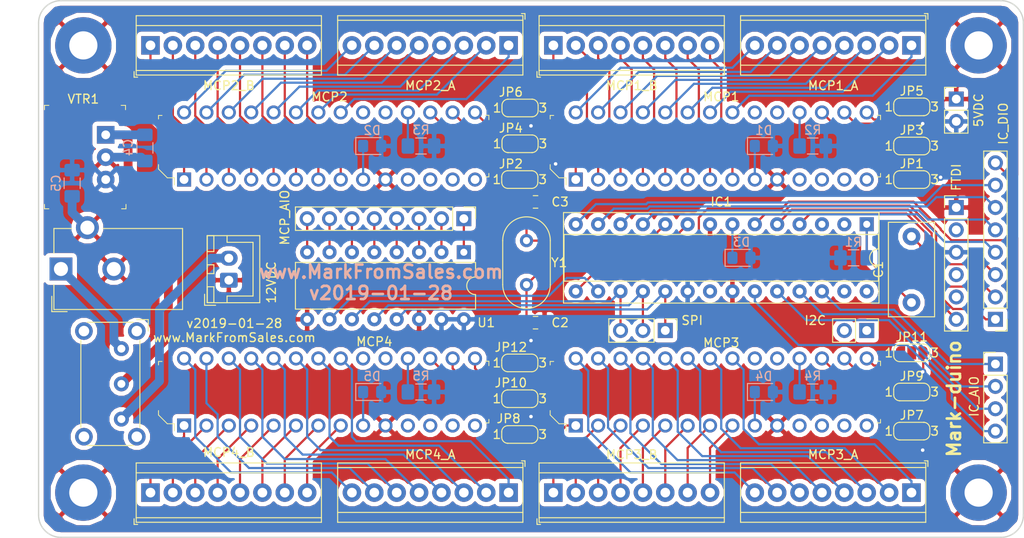
<source format=kicad_pcb>
(kicad_pcb (version 20171130) (host pcbnew "(5.0.2)-1")
  (layers (0 F.Cu signal) (1 In1.Cu signal) (2 In2.Cu signal) (31 B.Cu signal) (34 B.Paste user) (35 F.Paste user) (36 B.SilkS user) (37 F.SilkS user) (38 B.Mask user) (39 F.Mask user) (44 Edge.Cuts user))
  (net 0 "")
  (net 1 "Net-(C1-Pad1)")
  (net 2 "Net-(C1-Pad2)")
  (net 3 GND)
  (net 4 "Net-(C2-Pad1)")
  (net 5 "Net-(C3-Pad1)")
  (net 6 "Net-(C4-Pad1)")
  (net 7 +5V)
  (net 8 "Net-(D1-Pad1)")
  (net 9 "Net-(D2-Pad1)")
  (net 10 "Net-(D3-Pad1)")
  (net 11 "Net-(D4-Pad1)")
  (net 12 "Net-(D5-Pad1)")
  (net 13 /GPIO_9)
  (net 14 /IC1_RX)
  (net 15 /GPIO_10)
  (net 16 /IC1_TX)
  (net 17 /SPI_MOSI)
  (net 18 /GPIO_2)
  (net 19 /SPI_MISO)
  (net 20 /GPIO_3)
  (net 21 /SPI_CLK)
  (net 22 /GPIO_4)
  (net 23 "Net-(IC1-Pad23)")
  (net 24 "Net-(IC1-Pad24)")
  (net 25 /GPIO_5)
  (net 26 "Net-(IC1-Pad25)")
  (net 27 /GPIO_6)
  (net 28 "Net-(IC1-Pad26)")
  (net 29 /GPIO_7)
  (net 30 /SDA)
  (net 31 /GPIO_8)
  (net 32 /SCL)
  (net 33 "Net-(J5-Pad1)")
  (net 34 "Net-(J7-Pad2)")
  (net 35 "Net-(J8-Pad1)")
  (net 36 "Net-(J8-Pad2)")
  (net 37 "Net-(J8-Pad3)")
  (net 38 "Net-(J8-Pad4)")
  (net 39 "Net-(J8-Pad5)")
  (net 40 "Net-(J8-Pad6)")
  (net 41 "Net-(J8-Pad7)")
  (net 42 "Net-(J8-Pad8)")
  (net 43 "Net-(JP1-Pad2)")
  (net 44 "Net-(JP2-Pad2)")
  (net 45 "Net-(JP3-Pad2)")
  (net 46 "Net-(JP4-Pad2)")
  (net 47 "Net-(JP5-Pad2)")
  (net 48 "Net-(JP6-Pad2)")
  (net 49 "Net-(JP7-Pad2)")
  (net 50 "Net-(JP8-Pad2)")
  (net 51 "Net-(JP9-Pad2)")
  (net 52 "Net-(JP10-Pad2)")
  (net 53 "Net-(JP11-Pad2)")
  (net 54 "Net-(JP12-Pad2)")
  (net 55 "Net-(MCP1-Pad1)")
  (net 56 "Net-(MCP1-Pad2)")
  (net 57 "Net-(MCP1-Pad3)")
  (net 58 "Net-(MCP1-Pad4)")
  (net 59 "Net-(MCP1-Pad5)")
  (net 60 "Net-(MCP1-Pad6)")
  (net 61 "Net-(MCP1-Pad7)")
  (net 62 "Net-(MCP1-Pad8)")
  (net 63 "Net-(MCP1-Pad18)")
  (net 64 "Net-(MCP1-Pad21)")
  (net 65 "Net-(MCP1-Pad22)")
  (net 66 "Net-(MCP1-Pad23)")
  (net 67 "Net-(MCP1-Pad24)")
  (net 68 "Net-(MCP1-Pad25)")
  (net 69 "Net-(MCP1-Pad26)")
  (net 70 "Net-(MCP1-Pad27)")
  (net 71 "Net-(MCP1-Pad28)")
  (net 72 "Net-(MCP2-Pad28)")
  (net 73 "Net-(MCP2-Pad27)")
  (net 74 "Net-(MCP2-Pad26)")
  (net 75 "Net-(MCP2-Pad25)")
  (net 76 "Net-(MCP2-Pad24)")
  (net 77 "Net-(MCP2-Pad23)")
  (net 78 "Net-(MCP2-Pad22)")
  (net 79 "Net-(MCP2-Pad21)")
  (net 80 "Net-(MCP2-Pad18)")
  (net 81 "Net-(MCP2-Pad8)")
  (net 82 "Net-(MCP2-Pad7)")
  (net 83 "Net-(MCP2-Pad6)")
  (net 84 "Net-(MCP2-Pad5)")
  (net 85 "Net-(MCP2-Pad4)")
  (net 86 "Net-(MCP2-Pad3)")
  (net 87 "Net-(MCP2-Pad2)")
  (net 88 "Net-(MCP2-Pad1)")
  (net 89 "Net-(MCP3-Pad28)")
  (net 90 "Net-(MCP3-Pad27)")
  (net 91 "Net-(MCP3-Pad26)")
  (net 92 "Net-(MCP3-Pad25)")
  (net 93 "Net-(MCP3-Pad24)")
  (net 94 "Net-(MCP3-Pad23)")
  (net 95 "Net-(MCP3-Pad22)")
  (net 96 "Net-(MCP3-Pad21)")
  (net 97 "Net-(MCP3-Pad18)")
  (net 98 "Net-(MCP3-Pad8)")
  (net 99 "Net-(MCP3-Pad7)")
  (net 100 "Net-(MCP3-Pad6)")
  (net 101 "Net-(MCP3-Pad5)")
  (net 102 "Net-(MCP3-Pad4)")
  (net 103 "Net-(MCP3-Pad3)")
  (net 104 "Net-(MCP3-Pad2)")
  (net 105 "Net-(MCP3-Pad1)")
  (net 106 "Net-(MCP4-Pad1)")
  (net 107 "Net-(MCP4-Pad2)")
  (net 108 "Net-(MCP4-Pad3)")
  (net 109 "Net-(MCP4-Pad4)")
  (net 110 "Net-(MCP4-Pad5)")
  (net 111 "Net-(MCP4-Pad6)")
  (net 112 "Net-(MCP4-Pad7)")
  (net 113 "Net-(MCP4-Pad8)")
  (net 114 "Net-(MCP4-Pad18)")
  (net 115 "Net-(MCP4-Pad21)")
  (net 116 "Net-(MCP4-Pad22)")
  (net 117 "Net-(MCP4-Pad23)")
  (net 118 "Net-(MCP4-Pad24)")
  (net 119 "Net-(MCP4-Pad25)")
  (net 120 "Net-(MCP4-Pad26)")
  (net 121 "Net-(MCP4-Pad27)")
  (net 122 "Net-(MCP4-Pad28)")
  (module digikey-footprints:DIP-28_W7.62mm (layer F.Cu) (at 208.28 73.66 90)
    (fp_text reference MCP3 (at 9.398 16.51 180) (layer F.SilkS))
    (fp_text value MCP23017-E_SP)
    (pad 28 thru_hole circle (at 7.62 0 90) (size 1.6 1.6) (drill 1) (layers *.Cu *.Mask) (net 89 "Net-(MCP3-Pad28)"))
    (pad 27 thru_hole circle (at 7.62 2.54 90) (size 1.6 1.6) (drill 1) (layers *.Cu *.Mask) (net 90 "Net-(MCP3-Pad27)"))
    (pad 26 thru_hole circle (at 7.62 5.08 90) (size 1.6 1.6) (drill 1) (layers *.Cu *.Mask) (net 91 "Net-(MCP3-Pad26)"))
    (pad 25 thru_hole circle (at 7.62 7.62 90) (size 1.6 1.6) (drill 1) (layers *.Cu *.Mask) (net 92 "Net-(MCP3-Pad25)"))
    (pad 24 thru_hole circle (at 7.62 10.16 90) (size 1.6 1.6) (drill 1) (layers *.Cu *.Mask) (net 93 "Net-(MCP3-Pad24)"))
    (pad 23 thru_hole circle (at 7.62 12.7 90) (size 1.6 1.6) (drill 1) (layers *.Cu *.Mask) (net 94 "Net-(MCP3-Pad23)"))
    (pad 22 thru_hole circle (at 7.62 15.24 90) (size 1.6 1.6) (drill 1) (layers *.Cu *.Mask) (net 95 "Net-(MCP3-Pad22)"))
    (pad 21 thru_hole circle (at 7.62 17.78 90) (size 1.6 1.6) (drill 1) (layers *.Cu *.Mask) (net 96 "Net-(MCP3-Pad21)"))
    (pad 20 thru_hole circle (at 7.62 20.32 90) (size 1.6 1.6) (drill 1) (layers *.Cu *.Mask))
    (pad 19 thru_hole circle (at 7.62 22.86 90) (size 1.6 1.6) (drill 1) (layers *.Cu *.Mask))
    (pad 18 thru_hole circle (at 7.62 25.4 90) (size 1.6 1.6) (drill 1) (layers *.Cu *.Mask) (net 97 "Net-(MCP3-Pad18)"))
    (pad 17 thru_hole circle (at 7.62 27.94 90) (size 1.6 1.6) (drill 1) (layers *.Cu *.Mask) (net 49 "Net-(JP7-Pad2)"))
    (pad 16 thru_hole circle (at 7.62 30.48 90) (size 1.6 1.6) (drill 1) (layers *.Cu *.Mask) (net 51 "Net-(JP9-Pad2)"))
    (pad 15 thru_hole circle (at 7.62 33.02 90) (size 1.6 1.6) (drill 1) (layers *.Cu *.Mask) (net 53 "Net-(JP11-Pad2)"))
    (pad 14 thru_hole circle (at 0 33.02 90) (size 1.6 1.6) (drill 1) (layers *.Cu *.Mask))
    (pad 13 thru_hole circle (at 0 30.48 90) (size 1.6 1.6) (drill 1) (layers *.Cu *.Mask) (net 30 /SDA))
    (pad 12 thru_hole circle (at 0 27.94 90) (size 1.6 1.6) (drill 1) (layers *.Cu *.Mask) (net 32 /SCL))
    (pad 11 thru_hole circle (at 0 25.4 90) (size 1.6 1.6) (drill 1) (layers *.Cu *.Mask))
    (pad 10 thru_hole circle (at 0 22.86 90) (size 1.6 1.6) (drill 1) (layers *.Cu *.Mask) (net 3 GND))
    (pad 9 thru_hole circle (at 0 20.32 90) (size 1.6 1.6) (drill 1) (layers *.Cu *.Mask) (net 11 "Net-(D4-Pad1)"))
    (pad 8 thru_hole circle (at 0 17.78 90) (size 1.6 1.6) (drill 1) (layers *.Cu *.Mask) (net 98 "Net-(MCP3-Pad8)"))
    (pad 7 thru_hole circle (at 0 15.24 90) (size 1.6 1.6) (drill 1) (layers *.Cu *.Mask) (net 99 "Net-(MCP3-Pad7)"))
    (pad 6 thru_hole circle (at 0 12.7 90) (size 1.6 1.6) (drill 1) (layers *.Cu *.Mask) (net 100 "Net-(MCP3-Pad6)"))
    (pad 5 thru_hole circle (at 0 10.16 90) (size 1.6 1.6) (drill 1) (layers *.Cu *.Mask) (net 101 "Net-(MCP3-Pad5)"))
    (pad 4 thru_hole circle (at 0 7.62 90) (size 1.6 1.6) (drill 1) (layers *.Cu *.Mask) (net 102 "Net-(MCP3-Pad4)"))
    (pad 3 thru_hole circle (at 0 5.08 90) (size 1.6 1.6) (drill 1) (layers *.Cu *.Mask) (net 103 "Net-(MCP3-Pad3)"))
    (pad 2 thru_hole circle (at 0 2.54 90) (size 1.6 1.6) (drill 1) (layers *.Cu *.Mask) (net 104 "Net-(MCP3-Pad2)"))
    (pad 1 thru_hole rect (at 0 0 90) (size 1.6 1.6) (drill 1) (layers *.Cu *.Mask) (net 105 "Net-(MCP3-Pad1)"))
  )
  (module TerminalBlock_TE-Connectivity:TerminalBlock_TE_282834-8_1x08_P2.54mm_Horizontal (layer F.Cu) (at 205.74 81.28)
    (fp_text reference ST6 hide)
    (fp_text value MCP3_B)
    (pad 1 thru_hole rect (at 0 0) (size 2.1 2.1) (drill 1.1) (layers *.Cu *.Mask) (net 105 "Net-(MCP3-Pad1)"))
    (pad 2 thru_hole circle (at 2.54 0) (size 2.1 2.1) (drill 1.1) (layers *.Cu *.Mask) (net 104 "Net-(MCP3-Pad2)"))
    (pad 3 thru_hole circle (at 5.08 0) (size 2.1 2.1) (drill 1.1) (layers *.Cu *.Mask) (net 103 "Net-(MCP3-Pad3)"))
    (pad 4 thru_hole circle (at 7.62 0) (size 2.1 2.1) (drill 1.1) (layers *.Cu *.Mask) (net 102 "Net-(MCP3-Pad4)"))
    (pad 5 thru_hole circle (at 10.16 0) (size 2.1 2.1) (drill 1.1) (layers *.Cu *.Mask) (net 101 "Net-(MCP3-Pad5)"))
    (pad 6 thru_hole circle (at 12.7 0) (size 2.1 2.1) (drill 1.1) (layers *.Cu *.Mask) (net 100 "Net-(MCP3-Pad6)"))
    (pad 7 thru_hole circle (at 15.24 0) (size 2.1 2.1) (drill 1.1) (layers *.Cu *.Mask) (net 99 "Net-(MCP3-Pad7)"))
    (pad 8 thru_hole circle (at 17.78 0) (size 2.1 2.1) (drill 1.1) (layers *.Cu *.Mask) (net 98 "Net-(MCP3-Pad8)"))
  )
  (module TerminalBlock_TE-Connectivity:TerminalBlock_TE_282834-8_1x08_P2.54mm_Horizontal (layer F.Cu) (at 200.66 81.28 180)
    (fp_text reference ST7 hide)
    (fp_text value MCP4_A)
    (pad 8 thru_hole circle (at 17.78 0 180) (size 2.1 2.1) (drill 1.1) (layers *.Cu *.Mask) (net 122 "Net-(MCP4-Pad28)"))
    (pad 7 thru_hole circle (at 15.24 0 180) (size 2.1 2.1) (drill 1.1) (layers *.Cu *.Mask) (net 121 "Net-(MCP4-Pad27)"))
    (pad 6 thru_hole circle (at 12.7 0 180) (size 2.1 2.1) (drill 1.1) (layers *.Cu *.Mask) (net 120 "Net-(MCP4-Pad26)"))
    (pad 5 thru_hole circle (at 10.16 0 180) (size 2.1 2.1) (drill 1.1) (layers *.Cu *.Mask) (net 119 "Net-(MCP4-Pad25)"))
    (pad 4 thru_hole circle (at 7.62 0 180) (size 2.1 2.1) (drill 1.1) (layers *.Cu *.Mask) (net 118 "Net-(MCP4-Pad24)"))
    (pad 3 thru_hole circle (at 5.08 0 180) (size 2.1 2.1) (drill 1.1) (layers *.Cu *.Mask) (net 117 "Net-(MCP4-Pad23)"))
    (pad 2 thru_hole circle (at 2.54 0 180) (size 2.1 2.1) (drill 1.1) (layers *.Cu *.Mask) (net 116 "Net-(MCP4-Pad22)"))
    (pad 1 thru_hole rect (at 0 0 180) (size 2.1 2.1) (drill 1.1) (layers *.Cu *.Mask) (net 115 "Net-(MCP4-Pad21)"))
  )
  (module TerminalBlock_TE-Connectivity:TerminalBlock_TE_282834-8_1x08_P2.54mm_Horizontal (layer F.Cu) (at 246.38 81.28 180)
    (fp_text reference ST5 hide)
    (fp_text value MCP3_A)
    (pad 1 thru_hole rect (at 0 0 180) (size 2.1 2.1) (drill 1.1) (layers *.Cu *.Mask) (net 96 "Net-(MCP3-Pad21)"))
    (pad 2 thru_hole circle (at 2.54 0 180) (size 2.1 2.1) (drill 1.1) (layers *.Cu *.Mask) (net 95 "Net-(MCP3-Pad22)"))
    (pad 3 thru_hole circle (at 5.08 0 180) (size 2.1 2.1) (drill 1.1) (layers *.Cu *.Mask) (net 94 "Net-(MCP3-Pad23)"))
    (pad 4 thru_hole circle (at 7.62 0 180) (size 2.1 2.1) (drill 1.1) (layers *.Cu *.Mask) (net 93 "Net-(MCP3-Pad24)"))
    (pad 5 thru_hole circle (at 10.16 0 180) (size 2.1 2.1) (drill 1.1) (layers *.Cu *.Mask) (net 92 "Net-(MCP3-Pad25)"))
    (pad 6 thru_hole circle (at 12.7 0 180) (size 2.1 2.1) (drill 1.1) (layers *.Cu *.Mask) (net 91 "Net-(MCP3-Pad26)"))
    (pad 7 thru_hole circle (at 15.24 0 180) (size 2.1 2.1) (drill 1.1) (layers *.Cu *.Mask) (net 90 "Net-(MCP3-Pad27)"))
    (pad 8 thru_hole circle (at 17.78 0 180) (size 2.1 2.1) (drill 1.1) (layers *.Cu *.Mask) (net 89 "Net-(MCP3-Pad28)"))
  )
  (module TerminalBlock_TE-Connectivity:TerminalBlock_TE_282834-8_1x08_P2.54mm_Horizontal (layer F.Cu) (at 160.02 81.28)
    (fp_text reference ST8 hide)
    (fp_text value MCP4_B)
    (pad 1 thru_hole rect (at 0 0) (size 2.1 2.1) (drill 1.1) (layers *.Cu *.Mask) (net 106 "Net-(MCP4-Pad1)"))
    (pad 2 thru_hole circle (at 2.54 0) (size 2.1 2.1) (drill 1.1) (layers *.Cu *.Mask) (net 107 "Net-(MCP4-Pad2)"))
    (pad 3 thru_hole circle (at 5.08 0) (size 2.1 2.1) (drill 1.1) (layers *.Cu *.Mask) (net 108 "Net-(MCP4-Pad3)"))
    (pad 4 thru_hole circle (at 7.62 0) (size 2.1 2.1) (drill 1.1) (layers *.Cu *.Mask) (net 109 "Net-(MCP4-Pad4)"))
    (pad 5 thru_hole circle (at 10.16 0) (size 2.1 2.1) (drill 1.1) (layers *.Cu *.Mask) (net 110 "Net-(MCP4-Pad5)"))
    (pad 6 thru_hole circle (at 12.7 0) (size 2.1 2.1) (drill 1.1) (layers *.Cu *.Mask) (net 111 "Net-(MCP4-Pad6)"))
    (pad 7 thru_hole circle (at 15.24 0) (size 2.1 2.1) (drill 1.1) (layers *.Cu *.Mask) (net 112 "Net-(MCP4-Pad7)"))
    (pad 8 thru_hole circle (at 17.78 0) (size 2.1 2.1) (drill 1.1) (layers *.Cu *.Mask) (net 113 "Net-(MCP4-Pad8)"))
  )
  (module Capacitor_THT:C_Disc_D10.5mm_W5.0mm_P7.50mm (layer F.Cu) (at 246.38 59.69 90)
    (fp_text reference C1 (at 3.75 -3.75 90) (layer F.SilkS))
    (fp_text value 100n)
    (pad 1 thru_hole circle (at 0 0 90) (size 2 2) (drill 1) (layers *.Cu *.Mask) (net 1 "Net-(C1-Pad1)"))
    (pad 2 thru_hole circle (at 7.5 0 90) (size 2 2) (drill 1) (layers *.Cu *.Mask) (net 2 "Net-(C1-Pad2)"))
  )
  (module Capacitor_SMD:C_0805_2012Metric_Pad1.15x1.40mm_HandSolder (layer F.Cu) (at 203.717 61.976)
    (fp_text reference C2 (at 2.785 0) (layer F.SilkS))
    (fp_text value 22p)
    (pad 2 smd roundrect (at 1.025 0) (size 1.15 1.4) (layers F.Cu F.Paste F.Mask) (roundrect_rratio 0.217391) (net 3 GND))
    (pad 1 smd roundrect (at -1.025 0) (size 1.15 1.4) (layers F.Cu F.Paste F.Mask) (roundrect_rratio 0.217391) (net 4 "Net-(C2-Pad1)"))
  )
  (module Capacitor_SMD:C_0805_2012Metric_Pad1.15x1.40mm_HandSolder (layer F.Cu) (at 203.717 48.26)
    (fp_text reference C3 (at 2.785 0) (layer F.SilkS))
    (fp_text value 22p)
    (pad 1 smd roundrect (at -1.025 0) (size 1.15 1.4) (layers F.Cu F.Paste F.Mask) (roundrect_rratio 0.217391) (net 5 "Net-(C3-Pad1)"))
    (pad 2 smd roundrect (at 1.025 0) (size 1.15 1.4) (layers F.Cu F.Paste F.Mask) (roundrect_rratio 0.217391) (net 3 GND))
  )
  (module Capacitor_SMD:C_1206_3216Metric_Pad1.42x1.75mm_HandSolder (layer B.Cu) (at 159.385 42.1275 270)
    (fp_text reference C4 (at -0.0365 1.905 90) (layer B.SilkS) (effects (justify mirror)))
    (fp_text value "10u 50V")
    (pad 2 smd roundrect (at 1.4875 0 270) (size 1.425 1.75) (layers B.Cu B.Paste B.Mask) (roundrect_rratio 0.175439) (net 3 GND))
    (pad 1 smd roundrect (at -1.4875 0 270) (size 1.425 1.75) (layers B.Cu B.Paste B.Mask) (roundrect_rratio 0.175439) (net 6 "Net-(C4-Pad1)"))
  )
  (module Capacitor_SMD:C_1206_3216Metric_Pad1.42x1.75mm_HandSolder (layer B.Cu) (at 151.13 46.1375 270)
    (fp_text reference C5 (at 0 1.82 270) (layer B.SilkS) (effects (justify mirror)))
    (fp_text value "22u 16V")
    (pad 1 smd roundrect (at -1.4875 0 270) (size 1.425 1.75) (layers B.Cu B.Paste B.Mask) (roundrect_rratio 0.175439) (net 7 +5V))
    (pad 2 smd roundrect (at 1.4875 0 270) (size 1.425 1.75) (layers B.Cu B.Paste B.Mask) (roundrect_rratio 0.175439) (net 3 GND))
  )
  (module Diode_SMD:D_0805_2012Metric_Pad1.15x1.40mm_HandSolder (layer B.Cu) (at 229.625 41.91)
    (fp_text reference D1 (at -0.009 -1.778) (layer B.SilkS) (effects (justify mirror)))
    (fp_text value D)
    (pad 1 smd roundrect (at -1.025 0) (size 1.15 1.4) (layers B.Cu B.Paste B.Mask) (roundrect_rratio 0.217391) (net 8 "Net-(D1-Pad1)"))
    (pad 2 smd roundrect (at 1.025 0) (size 1.15 1.4) (layers B.Cu B.Paste B.Mask) (roundrect_rratio 0.217391) (net 7 +5V))
  )
  (module Diode_SMD:D_0805_2012Metric_Pad1.15x1.40mm_HandSolder (layer B.Cu) (at 185.175 41.91)
    (fp_text reference D2 (at 0 -1.778) (layer B.SilkS) (effects (justify mirror)))
    (fp_text value D)
    (pad 2 smd roundrect (at 1.025 0) (size 1.15 1.4) (layers B.Cu B.Paste B.Mask) (roundrect_rratio 0.217391) (net 7 +5V))
    (pad 1 smd roundrect (at -1.025 0) (size 1.15 1.4) (layers B.Cu B.Paste B.Mask) (roundrect_rratio 0.217391) (net 9 "Net-(D2-Pad1)"))
  )
  (module Diode_SMD:D_0805_2012Metric_Pad1.15x1.40mm_HandSolder (layer B.Cu) (at 227.085 54.61)
    (fp_text reference D3 (at 0 -1.778) (layer B.SilkS) (effects (justify mirror)))
    (fp_text value D)
    (pad 1 smd roundrect (at -1.025 0) (size 1.15 1.4) (layers B.Cu B.Paste B.Mask) (roundrect_rratio 0.217391) (net 10 "Net-(D3-Pad1)"))
    (pad 2 smd roundrect (at 1.025 0) (size 1.15 1.4) (layers B.Cu B.Paste B.Mask) (roundrect_rratio 0.217391) (net 7 +5V))
  )
  (module Diode_SMD:D_0805_2012Metric_Pad1.15x1.40mm_HandSolder (layer B.Cu) (at 229.625 69.85)
    (fp_text reference D4 (at -0.009 -1.778) (layer B.SilkS) (effects (justify mirror)))
    (fp_text value D)
    (pad 1 smd roundrect (at -1.025 0) (size 1.15 1.4) (layers B.Cu B.Paste B.Mask) (roundrect_rratio 0.217391) (net 11 "Net-(D4-Pad1)"))
    (pad 2 smd roundrect (at 1.025 0) (size 1.15 1.4) (layers B.Cu B.Paste B.Mask) (roundrect_rratio 0.217391) (net 7 +5V))
  )
  (module Diode_SMD:D_0805_2012Metric_Pad1.15x1.40mm_HandSolder (layer B.Cu) (at 185.175 69.85)
    (fp_text reference D5 (at 0 -1.778) (layer B.SilkS) (effects (justify mirror)))
    (fp_text value D)
    (pad 2 smd roundrect (at 1.025 0) (size 1.15 1.4) (layers B.Cu B.Paste B.Mask) (roundrect_rratio 0.217391) (net 7 +5V))
    (pad 1 smd roundrect (at -1.025 0) (size 1.15 1.4) (layers B.Cu B.Paste B.Mask) (roundrect_rratio 0.217391) (net 12 "Net-(D5-Pad1)"))
  )
  (module MountingHole:MountingHole_3.2mm_M3_Pad (layer F.Cu) (at 152.4 30.48)
    (fp_text reference H1 hide)
    (fp_text value MountingHole_Pad)
    (pad 1 thru_hole circle (at 0 0) (size 6.4 6.4) (drill 3.2) (layers *.Cu *.Mask) (net 3 GND))
  )
  (module MountingHole:MountingHole_3.2mm_M3_Pad (layer F.Cu) (at 254 30.48)
    (fp_text reference H2 hide)
    (fp_text value MountingHole_Pad)
    (pad 1 thru_hole circle (at 0 0) (size 6.4 6.4) (drill 3.2) (layers *.Cu *.Mask) (net 3 GND))
  )
  (module MountingHole:MountingHole_3.2mm_M3_Pad (layer F.Cu) (at 152.4 81.28)
    (fp_text reference H3 hide)
    (fp_text value MountingHole_Pad)
    (pad 1 thru_hole circle (at 0 0) (size 6.4 6.4) (drill 3.2) (layers *.Cu *.Mask) (net 3 GND))
  )
  (module MountingHole:MountingHole_3.2mm_M3_Pad (layer F.Cu) (at 254 81.28)
    (fp_text reference H4 hide)
    (fp_text value MountingHole_Pad)
    (pad 1 thru_hole circle (at 0 0) (size 6.4 6.4) (drill 3.2) (layers *.Cu *.Mask) (net 3 GND))
  )
  (module Package_DIP:DIP-28_W7.62mm_Socket (layer F.Cu) (at 241.3 50.8 270)
    (fp_text reference IC1 (at -2.54 16.51 180) (layer F.SilkS))
    (fp_text value ATmega328P)
    (pad 1 thru_hole rect (at 0 0 270) (size 1.6 1.6) (drill 0.8) (layers *.Cu *.Mask) (net 1 "Net-(C1-Pad1)"))
    (pad 15 thru_hole oval (at 7.62 33.02 270) (size 1.6 1.6) (drill 0.8) (layers *.Cu *.Mask) (net 13 /GPIO_9))
    (pad 2 thru_hole oval (at 0 2.54 270) (size 1.6 1.6) (drill 0.8) (layers *.Cu *.Mask) (net 14 /IC1_RX))
    (pad 16 thru_hole oval (at 7.62 30.48 270) (size 1.6 1.6) (drill 0.8) (layers *.Cu *.Mask) (net 15 /GPIO_10))
    (pad 3 thru_hole oval (at 0 5.08 270) (size 1.6 1.6) (drill 0.8) (layers *.Cu *.Mask) (net 16 /IC1_TX))
    (pad 17 thru_hole oval (at 7.62 27.94 270) (size 1.6 1.6) (drill 0.8) (layers *.Cu *.Mask) (net 17 /SPI_MOSI))
    (pad 4 thru_hole oval (at 0 7.62 270) (size 1.6 1.6) (drill 0.8) (layers *.Cu *.Mask) (net 18 /GPIO_2))
    (pad 18 thru_hole oval (at 7.62 25.4 270) (size 1.6 1.6) (drill 0.8) (layers *.Cu *.Mask) (net 19 /SPI_MISO))
    (pad 5 thru_hole oval (at 0 10.16 270) (size 1.6 1.6) (drill 0.8) (layers *.Cu *.Mask) (net 20 /GPIO_3))
    (pad 19 thru_hole oval (at 7.62 22.86 270) (size 1.6 1.6) (drill 0.8) (layers *.Cu *.Mask) (net 21 /SPI_CLK))
    (pad 6 thru_hole oval (at 0 12.7 270) (size 1.6 1.6) (drill 0.8) (layers *.Cu *.Mask) (net 22 /GPIO_4))
    (pad 20 thru_hole oval (at 7.62 20.32 270) (size 1.6 1.6) (drill 0.8) (layers *.Cu *.Mask) (net 7 +5V))
    (pad 7 thru_hole oval (at 0 15.24 270) (size 1.6 1.6) (drill 0.8) (layers *.Cu *.Mask) (net 10 "Net-(D3-Pad1)"))
    (pad 21 thru_hole oval (at 7.62 17.78 270) (size 1.6 1.6) (drill 0.8) (layers *.Cu *.Mask))
    (pad 8 thru_hole oval (at 0 17.78 270) (size 1.6 1.6) (drill 0.8) (layers *.Cu *.Mask) (net 3 GND))
    (pad 22 thru_hole oval (at 7.62 15.24 270) (size 1.6 1.6) (drill 0.8) (layers *.Cu *.Mask) (net 3 GND))
    (pad 9 thru_hole oval (at 0 20.32 270) (size 1.6 1.6) (drill 0.8) (layers *.Cu *.Mask) (net 4 "Net-(C2-Pad1)"))
    (pad 23 thru_hole oval (at 7.62 12.7 270) (size 1.6 1.6) (drill 0.8) (layers *.Cu *.Mask) (net 23 "Net-(IC1-Pad23)"))
    (pad 10 thru_hole oval (at 0 22.86 270) (size 1.6 1.6) (drill 0.8) (layers *.Cu *.Mask) (net 5 "Net-(C3-Pad1)"))
    (pad 24 thru_hole oval (at 7.62 10.16 270) (size 1.6 1.6) (drill 0.8) (layers *.Cu *.Mask) (net 24 "Net-(IC1-Pad24)"))
    (pad 11 thru_hole oval (at 0 25.4 270) (size 1.6 1.6) (drill 0.8) (layers *.Cu *.Mask) (net 25 /GPIO_5))
    (pad 25 thru_hole oval (at 7.62 7.62 270) (size 1.6 1.6) (drill 0.8) (layers *.Cu *.Mask) (net 26 "Net-(IC1-Pad25)"))
    (pad 12 thru_hole oval (at 0 27.94 270) (size 1.6 1.6) (drill 0.8) (layers *.Cu *.Mask) (net 27 /GPIO_6))
    (pad 26 thru_hole oval (at 7.62 5.08 270) (size 1.6 1.6) (drill 0.8) (layers *.Cu *.Mask) (net 28 "Net-(IC1-Pad26)"))
    (pad 13 thru_hole oval (at 0 30.48 270) (size 1.6 1.6) (drill 0.8) (layers *.Cu *.Mask) (net 29 /GPIO_7))
    (pad 27 thru_hole oval (at 7.62 2.54 270) (size 1.6 1.6) (drill 0.8) (layers *.Cu *.Mask) (net 30 /SDA))
    (pad 14 thru_hole oval (at 0 33.02 270) (size 1.6 1.6) (drill 0.8) (layers *.Cu *.Mask) (net 31 /GPIO_8))
    (pad 28 thru_hole oval (at 7.62 0 270) (size 1.6 1.6) (drill 0.8) (layers *.Cu *.Mask) (net 32 /SCL))
  )
  (module Connector_PinHeader_2.54mm:PinHeader_1x06_P2.54mm_Vertical (layer F.Cu) (at 251.46 48.895)
    (fp_text reference J1 hide)
    (fp_text value Conn_FTDI)
    (pad 1 thru_hole rect (at 0 0) (size 1.7 1.7) (drill 1) (layers *.Cu *.Mask) (net 3 GND))
    (pad 2 thru_hole oval (at 0 2.54) (size 1.7 1.7) (drill 1) (layers *.Cu *.Mask))
    (pad 3 thru_hole oval (at 0 5.08) (size 1.7 1.7) (drill 1) (layers *.Cu *.Mask) (net 7 +5V))
    (pad 4 thru_hole oval (at 0 7.62) (size 1.7 1.7) (drill 1) (layers *.Cu *.Mask) (net 14 /IC1_RX))
    (pad 5 thru_hole oval (at 0 10.16) (size 1.7 1.7) (drill 1) (layers *.Cu *.Mask) (net 16 /IC1_TX))
    (pad 6 thru_hole oval (at 0 12.7) (size 1.7 1.7) (drill 1) (layers *.Cu *.Mask) (net 2 "Net-(C1-Pad2)"))
  )
  (module Connector_PinHeader_2.54mm:PinHeader_1x04_P2.54mm_Vertical (layer F.Cu) (at 255.905 66.675)
    (fp_text reference J2 hide)
    (fp_text value IC1_Analog)
    (pad 4 thru_hole oval (at 0 7.62) (size 1.7 1.7) (drill 1) (layers *.Cu *.Mask) (net 23 "Net-(IC1-Pad23)"))
    (pad 3 thru_hole oval (at 0 5.08) (size 1.7 1.7) (drill 1) (layers *.Cu *.Mask) (net 24 "Net-(IC1-Pad24)"))
    (pad 2 thru_hole oval (at 0 2.54) (size 1.7 1.7) (drill 1) (layers *.Cu *.Mask) (net 26 "Net-(IC1-Pad25)"))
    (pad 1 thru_hole rect (at 0 0) (size 1.7 1.7) (drill 1) (layers *.Cu *.Mask) (net 28 "Net-(IC1-Pad26)"))
  )
  (module Connector_PinHeader_2.54mm:PinHeader_1x03_P2.54mm_Vertical (layer F.Cu) (at 218.44 62.865 270)
    (fp_text reference J3 hide)
    (fp_text value IC1_SPI)
    (pad 1 thru_hole rect (at 0 0 270) (size 1.7 1.7) (drill 1) (layers *.Cu *.Mask) (net 21 /SPI_CLK))
    (pad 2 thru_hole oval (at 0 2.54 270) (size 1.7 1.7) (drill 1) (layers *.Cu *.Mask) (net 19 /SPI_MISO))
    (pad 3 thru_hole oval (at 0 5.08 270) (size 1.7 1.7) (drill 1) (layers *.Cu *.Mask) (net 17 /SPI_MOSI))
  )
  (module Connector_PinHeader_2.54mm:PinHeader_1x08_P2.54mm_Vertical (layer F.Cu) (at 255.905 61.595 180)
    (fp_text reference J4 hide)
    (fp_text value IC1_Digital)
    (pad 8 thru_hole oval (at 0 17.78 180) (size 1.7 1.7) (drill 1) (layers *.Cu *.Mask) (net 13 /GPIO_9))
    (pad 7 thru_hole oval (at 0 15.24 180) (size 1.7 1.7) (drill 1) (layers *.Cu *.Mask) (net 31 /GPIO_8))
    (pad 6 thru_hole oval (at 0 12.7 180) (size 1.7 1.7) (drill 1) (layers *.Cu *.Mask) (net 29 /GPIO_7))
    (pad 5 thru_hole oval (at 0 10.16 180) (size 1.7 1.7) (drill 1) (layers *.Cu *.Mask) (net 27 /GPIO_6))
    (pad 4 thru_hole oval (at 0 7.62 180) (size 1.7 1.7) (drill 1) (layers *.Cu *.Mask) (net 25 /GPIO_5))
    (pad 3 thru_hole oval (at 0 5.08 180) (size 1.7 1.7) (drill 1) (layers *.Cu *.Mask) (net 22 /GPIO_4))
    (pad 2 thru_hole oval (at 0 2.54 180) (size 1.7 1.7) (drill 1) (layers *.Cu *.Mask) (net 20 /GPIO_3))
    (pad 1 thru_hole rect (at 0 0 180) (size 1.7 1.7) (drill 1) (layers *.Cu *.Mask) (net 18 /GPIO_2))
  )
  (module Connector_BarrelJack:BarrelJack_CUI_PJ-102AH_Horizontal (layer F.Cu) (at 149.86 55.88 90)
    (fp_text reference J5 hide)
    (fp_text value 12VDC_IN)
    (pad 1 thru_hole rect (at 0 0 90) (size 2.6 2.6) (drill 1.6) (layers *.Cu *.Mask) (net 33 "Net-(J5-Pad1)"))
    (pad 2 thru_hole circle (at 0 6 90) (size 2.6 2.6) (drill 1.6) (layers *.Cu *.Mask) (net 3 GND))
    (pad 3 thru_hole circle (at 4.7 3 90) (size 2.6 2.6) (drill 1.6) (layers *.Cu *.Mask) (net 3 GND))
  )
  (module Connector_PinHeader_2.54mm:PinHeader_1x02_P2.54mm_Vertical (layer F.Cu) (at 241.3 62.865 270)
    (fp_text reference J6 hide)
    (fp_text value IC1_I2C)
    (pad 2 thru_hole oval (at 0 2.54 270) (size 1.7 1.7) (drill 1) (layers *.Cu *.Mask) (net 30 /SDA))
    (pad 1 thru_hole rect (at 0 0 270) (size 1.7 1.7) (drill 1) (layers *.Cu *.Mask) (net 32 /SCL))
  )
  (module Connector_JST:JST_XH_B02B-XH-A_1x02_P2.50mm_Vertical (layer F.Cu) (at 168.91 57.15 90)
    (fp_text reference J7 hide)
    (fp_text value Conn_12V)
    (pad 1 thru_hole roundrect (at 0 0 90) (size 1.7 2) (drill 1) (layers *.Cu *.Mask) (roundrect_rratio 0.147059) (net 3 GND))
    (pad 2 thru_hole oval (at 2.5 0 90) (size 1.7 2) (drill 1) (layers *.Cu *.Mask) (net 34 "Net-(J7-Pad2)"))
  )
  (module Connector_PinHeader_2.54mm:PinHeader_1x08_P2.54mm_Vertical (layer F.Cu) (at 195.58 50.165 270)
    (fp_text reference J8 hide)
    (fp_text value MCP_Analog)
    (pad 1 thru_hole rect (at 0 0 270) (size 1.7 1.7) (drill 1) (layers *.Cu *.Mask) (net 35 "Net-(J8-Pad1)"))
    (pad 2 thru_hole oval (at 0 2.54 270) (size 1.7 1.7) (drill 1) (layers *.Cu *.Mask) (net 36 "Net-(J8-Pad2)"))
    (pad 3 thru_hole oval (at 0 5.08 270) (size 1.7 1.7) (drill 1) (layers *.Cu *.Mask) (net 37 "Net-(J8-Pad3)"))
    (pad 4 thru_hole oval (at 0 7.62 270) (size 1.7 1.7) (drill 1) (layers *.Cu *.Mask) (net 38 "Net-(J8-Pad4)"))
    (pad 5 thru_hole oval (at 0 10.16 270) (size 1.7 1.7) (drill 1) (layers *.Cu *.Mask) (net 39 "Net-(J8-Pad5)"))
    (pad 6 thru_hole oval (at 0 12.7 270) (size 1.7 1.7) (drill 1) (layers *.Cu *.Mask) (net 40 "Net-(J8-Pad6)"))
    (pad 7 thru_hole oval (at 0 15.24 270) (size 1.7 1.7) (drill 1) (layers *.Cu *.Mask) (net 41 "Net-(J8-Pad7)"))
    (pad 8 thru_hole oval (at 0 17.78 270) (size 1.7 1.7) (drill 1) (layers *.Cu *.Mask) (net 42 "Net-(J8-Pad8)"))
  )
  (module Connector_PinHeader_2.54mm:PinHeader_1x02_P2.54mm_Vertical (layer F.Cu) (at 251.46 36.576)
    (fp_text reference J9 hide)
    (fp_text value Conn_5V)
    (pad 1 thru_hole rect (at 0 0) (size 1.7 1.7) (drill 1) (layers *.Cu *.Mask) (net 3 GND))
    (pad 2 thru_hole oval (at 0 2.54) (size 1.7 1.7) (drill 1) (layers *.Cu *.Mask) (net 7 +5V))
  )
  (module Jumper:SolderJumper-3_P1.3mm_Open_RoundedPad1.0x1.5mm_NumberLabels (layer F.Cu) (at 246.41 45.72)
    (fp_text reference JP1 (at 0 -1.8) (layer F.SilkS))
    (fp_text value SolderJumper_3_Open)
    (fp_text user 1 (at -2.6 0) (layer F.SilkS))
    (fp_text user 3 (at 2.6 0) (layer F.SilkS))
    (pad 2 smd rect (at 0 0) (size 1 1.5) (layers F.Cu F.Mask) (net 43 "Net-(JP1-Pad2)"))
    (pad 3 smd custom (at 1.3 0) (size 1 0.5) (layers F.Cu F.Mask) (net 7 +5V) (options (clearance outline) (anchor rect)) (primitives (gr_circle (center 0 0.25) (end 0.5 0.25) (width 0)) (gr_circle (center 0 -0.25) (end 0.5 -0.25) (width 0)) (gr_poly (pts (xy -0.55 -0.75) (xy 0 -0.75) (xy 0 0.75) (xy -0.55 0.75)) (width 0))))
    (pad 1 smd custom (at -1.3 0) (size 1 0.5) (layers F.Cu F.Mask) (net 3 GND) (options (clearance outline) (anchor rect)) (primitives (gr_circle (center 0 0.25) (end 0.5 0.25) (width 0)) (gr_circle (center 0 -0.25) (end 0.5 -0.25) (width 0)) (gr_poly (pts (xy 0.55 -0.75) (xy 0 -0.75) (xy 0 0.75) (xy 0.55 0.75)) (width 0))))
  )
  (module Jumper:SolderJumper-3_P1.3mm_Open_RoundedPad1.0x1.5mm_NumberLabels (layer F.Cu) (at 201.93 45.72)
    (fp_text reference JP2 (at -1.016 -1.778) (layer F.SilkS))
    (fp_text value SolderJumper_3_Open)
    (fp_text user 3 (at 2.6 0) (layer F.SilkS))
    (fp_text user 1 (at -2.6 0) (layer F.SilkS))
    (pad 1 smd custom (at -1.3 0) (size 1 0.5) (layers F.Cu F.Mask) (net 3 GND) (options (clearance outline) (anchor rect)) (primitives (gr_circle (center 0 0.25) (end 0.5 0.25) (width 0)) (gr_circle (center 0 -0.25) (end 0.5 -0.25) (width 0)) (gr_poly (pts (xy 0.55 -0.75) (xy 0 -0.75) (xy 0 0.75) (xy 0.55 0.75)) (width 0))))
    (pad 3 smd custom (at 1.3 0) (size 1 0.5) (layers F.Cu F.Mask) (net 7 +5V) (options (clearance outline) (anchor rect)) (primitives (gr_circle (center 0 0.25) (end 0.5 0.25) (width 0)) (gr_circle (center 0 -0.25) (end 0.5 -0.25) (width 0)) (gr_poly (pts (xy -0.55 -0.75) (xy 0 -0.75) (xy 0 0.75) (xy -0.55 0.75)) (width 0))))
    (pad 2 smd rect (at 0 0) (size 1 1.5) (layers F.Cu F.Mask) (net 44 "Net-(JP2-Pad2)"))
  )
  (module Jumper:SolderJumper-3_P1.3mm_Open_RoundedPad1.0x1.5mm_NumberLabels (layer F.Cu) (at 246.41 41.91)
    (fp_text reference JP3 (at 0 -1.8) (layer F.SilkS))
    (fp_text value SolderJumper_3_Open)
    (fp_text user 3 (at 2.6 0) (layer F.SilkS))
    (fp_text user 1 (at -2.6 0) (layer F.SilkS))
    (pad 1 smd custom (at -1.3 0) (size 1 0.5) (layers F.Cu F.Mask) (net 3 GND) (options (clearance outline) (anchor rect)) (primitives (gr_circle (center 0 0.25) (end 0.5 0.25) (width 0)) (gr_circle (center 0 -0.25) (end 0.5 -0.25) (width 0)) (gr_poly (pts (xy 0.55 -0.75) (xy 0 -0.75) (xy 0 0.75) (xy 0.55 0.75)) (width 0))))
    (pad 3 smd custom (at 1.3 0) (size 1 0.5) (layers F.Cu F.Mask) (net 7 +5V) (options (clearance outline) (anchor rect)) (primitives (gr_circle (center 0 0.25) (end 0.5 0.25) (width 0)) (gr_circle (center 0 -0.25) (end 0.5 -0.25) (width 0)) (gr_poly (pts (xy -0.55 -0.75) (xy 0 -0.75) (xy 0 0.75) (xy -0.55 0.75)) (width 0))))
    (pad 2 smd rect (at 0 0) (size 1 1.5) (layers F.Cu F.Mask) (net 45 "Net-(JP3-Pad2)"))
  )
  (module Jumper:SolderJumper-3_P1.3mm_Open_RoundedPad1.0x1.5mm_NumberLabels (layer F.Cu) (at 201.96 41.656)
    (fp_text reference JP4 (at -1.046 -1.778) (layer F.SilkS))
    (fp_text value SolderJumper_3_Open)
    (fp_text user 1 (at -2.6 0) (layer F.SilkS))
    (fp_text user 3 (at 2.6 0) (layer F.SilkS))
    (pad 2 smd rect (at 0 0) (size 1 1.5) (layers F.Cu F.Mask) (net 46 "Net-(JP4-Pad2)"))
    (pad 3 smd custom (at 1.3 0) (size 1 0.5) (layers F.Cu F.Mask) (net 7 +5V) (options (clearance outline) (anchor rect)) (primitives (gr_circle (center 0 0.25) (end 0.5 0.25) (width 0)) (gr_circle (center 0 -0.25) (end 0.5 -0.25) (width 0)) (gr_poly (pts (xy -0.55 -0.75) (xy 0 -0.75) (xy 0 0.75) (xy -0.55 0.75)) (width 0))))
    (pad 1 smd custom (at -1.3 0) (size 1 0.5) (layers F.Cu F.Mask) (net 3 GND) (options (clearance outline) (anchor rect)) (primitives (gr_circle (center 0 0.25) (end 0.5 0.25) (width 0)) (gr_circle (center 0 -0.25) (end 0.5 -0.25) (width 0)) (gr_poly (pts (xy 0.55 -0.75) (xy 0 -0.75) (xy 0 0.75) (xy 0.55 0.75)) (width 0))))
  )
  (module Jumper:SolderJumper-3_P1.3mm_Open_RoundedPad1.0x1.5mm_NumberLabels (layer F.Cu) (at 246.41 37.465)
    (fp_text reference JP5 (at 0 -1.8) (layer F.SilkS))
    (fp_text value SolderJumper_3_Open)
    (fp_text user 1 (at -2.6 0) (layer F.SilkS))
    (fp_text user 3 (at 2.6 0) (layer F.SilkS))
    (pad 2 smd rect (at 0 0) (size 1 1.5) (layers F.Cu F.Mask) (net 47 "Net-(JP5-Pad2)"))
    (pad 3 smd custom (at 1.3 0) (size 1 0.5) (layers F.Cu F.Mask) (net 7 +5V) (options (clearance outline) (anchor rect)) (primitives (gr_circle (center 0 0.25) (end 0.5 0.25) (width 0)) (gr_circle (center 0 -0.25) (end 0.5 -0.25) (width 0)) (gr_poly (pts (xy -0.55 -0.75) (xy 0 -0.75) (xy 0 0.75) (xy -0.55 0.75)) (width 0))))
    (pad 1 smd custom (at -1.3 0) (size 1 0.5) (layers F.Cu F.Mask) (net 3 GND) (options (clearance outline) (anchor rect)) (primitives (gr_circle (center 0 0.25) (end 0.5 0.25) (width 0)) (gr_circle (center 0 -0.25) (end 0.5 -0.25) (width 0)) (gr_poly (pts (xy 0.55 -0.75) (xy 0 -0.75) (xy 0 0.75) (xy 0.55 0.75)) (width 0))))
  )
  (module Jumper:SolderJumper-3_P1.3mm_Open_RoundedPad1.0x1.5mm_NumberLabels (layer F.Cu) (at 201.96 37.592)
    (fp_text reference JP6 (at -1.046 -1.8) (layer F.SilkS))
    (fp_text value SolderJumper_3_Open)
    (fp_text user 3 (at 2.6 0) (layer F.SilkS))
    (fp_text user 1 (at -2.6 0) (layer F.SilkS))
    (pad 1 smd custom (at -1.3 0) (size 1 0.5) (layers F.Cu F.Mask) (net 3 GND) (options (clearance outline) (anchor rect)) (primitives (gr_circle (center 0 0.25) (end 0.5 0.25) (width 0)) (gr_circle (center 0 -0.25) (end 0.5 -0.25) (width 0)) (gr_poly (pts (xy 0.55 -0.75) (xy 0 -0.75) (xy 0 0.75) (xy 0.55 0.75)) (width 0))))
    (pad 3 smd custom (at 1.3 0) (size 1 0.5) (layers F.Cu F.Mask) (net 7 +5V) (options (clearance outline) (anchor rect)) (primitives (gr_circle (center 0 0.25) (end 0.5 0.25) (width 0)) (gr_circle (center 0 -0.25) (end 0.5 -0.25) (width 0)) (gr_poly (pts (xy -0.55 -0.75) (xy 0 -0.75) (xy 0 0.75) (xy -0.55 0.75)) (width 0))))
    (pad 2 smd rect (at 0 0) (size 1 1.5) (layers F.Cu F.Mask) (net 48 "Net-(JP6-Pad2)"))
  )
  (module Jumper:SolderJumper-3_P1.3mm_Open_RoundedPad1.0x1.5mm_NumberLabels (layer F.Cu) (at 246.41 74.295)
    (fp_text reference JP7 (at 0 -1.8) (layer F.SilkS))
    (fp_text value SolderJumper_3_Open)
    (fp_text user 3 (at 2.6 0) (layer F.SilkS))
    (fp_text user 1 (at -2.6 0) (layer F.SilkS))
    (pad 1 smd custom (at -1.3 0) (size 1 0.5) (layers F.Cu F.Mask) (net 3 GND) (options (clearance outline) (anchor rect)) (primitives (gr_circle (center 0 0.25) (end 0.5 0.25) (width 0)) (gr_circle (center 0 -0.25) (end 0.5 -0.25) (width 0)) (gr_poly (pts (xy 0.55 -0.75) (xy 0 -0.75) (xy 0 0.75) (xy 0.55 0.75)) (width 0))))
    (pad 3 smd custom (at 1.3 0) (size 1 0.5) (layers F.Cu F.Mask) (net 7 +5V) (options (clearance outline) (anchor rect)) (primitives (gr_circle (center 0 0.25) (end 0.5 0.25) (width 0)) (gr_circle (center 0 -0.25) (end 0.5 -0.25) (width 0)) (gr_poly (pts (xy -0.55 -0.75) (xy 0 -0.75) (xy 0 0.75) (xy -0.55 0.75)) (width 0))))
    (pad 2 smd rect (at 0 0) (size 1 1.5) (layers F.Cu F.Mask) (net 49 "Net-(JP7-Pad2)"))
  )
  (module Jumper:SolderJumper-3_P1.3mm_Open_RoundedPad1.0x1.5mm_NumberLabels (layer F.Cu) (at 201.93 74.676)
    (fp_text reference JP8 (at -1.27 -1.8) (layer F.SilkS))
    (fp_text value SolderJumper_3_Open)
    (fp_text user 1 (at -2.6 0) (layer F.SilkS))
    (fp_text user 3 (at 2.6 0) (layer F.SilkS))
    (pad 2 smd rect (at 0 0) (size 1 1.5) (layers F.Cu F.Mask) (net 50 "Net-(JP8-Pad2)"))
    (pad 3 smd custom (at 1.3 0) (size 1 0.5) (layers F.Cu F.Mask) (net 7 +5V) (options (clearance outline) (anchor rect)) (primitives (gr_circle (center 0 0.25) (end 0.5 0.25) (width 0)) (gr_circle (center 0 -0.25) (end 0.5 -0.25) (width 0)) (gr_poly (pts (xy -0.55 -0.75) (xy 0 -0.75) (xy 0 0.75) (xy -0.55 0.75)) (width 0))))
    (pad 1 smd custom (at -1.3 0) (size 1 0.5) (layers F.Cu F.Mask) (net 3 GND) (options (clearance outline) (anchor rect)) (primitives (gr_circle (center 0 0.25) (end 0.5 0.25) (width 0)) (gr_circle (center 0 -0.25) (end 0.5 -0.25) (width 0)) (gr_poly (pts (xy 0.55 -0.75) (xy 0 -0.75) (xy 0 0.75) (xy 0.55 0.75)) (width 0))))
  )
  (module Jumper:SolderJumper-3_P1.3mm_Open_RoundedPad1.0x1.5mm_NumberLabels (layer F.Cu) (at 246.41 69.85)
    (fp_text reference JP9 (at 0 -1.8) (layer F.SilkS))
    (fp_text value SolderJumper_3_Open)
    (fp_text user 3 (at 2.6 0) (layer F.SilkS))
    (fp_text user 1 (at -2.6 0) (layer F.SilkS))
    (pad 1 smd custom (at -1.3 0) (size 1 0.5) (layers F.Cu F.Mask) (net 3 GND) (options (clearance outline) (anchor rect)) (primitives (gr_circle (center 0 0.25) (end 0.5 0.25) (width 0)) (gr_circle (center 0 -0.25) (end 0.5 -0.25) (width 0)) (gr_poly (pts (xy 0.55 -0.75) (xy 0 -0.75) (xy 0 0.75) (xy 0.55 0.75)) (width 0))))
    (pad 3 smd custom (at 1.3 0) (size 1 0.5) (layers F.Cu F.Mask) (net 7 +5V) (options (clearance outline) (anchor rect)) (primitives (gr_circle (center 0 0.25) (end 0.5 0.25) (width 0)) (gr_circle (center 0 -0.25) (end 0.5 -0.25) (width 0)) (gr_poly (pts (xy -0.55 -0.75) (xy 0 -0.75) (xy 0 0.75) (xy -0.55 0.75)) (width 0))))
    (pad 2 smd rect (at 0 0) (size 1 1.5) (layers F.Cu F.Mask) (net 51 "Net-(JP9-Pad2)"))
  )
  (module Jumper:SolderJumper-3_P1.3mm_Open_RoundedPad1.0x1.5mm_NumberLabels (layer F.Cu) (at 201.93 70.612)
    (fp_text reference JP10 (at -1.016 -1.8) (layer F.SilkS))
    (fp_text value SolderJumper_3_Open)
    (fp_text user 3 (at 2.6 0) (layer F.SilkS))
    (fp_text user 1 (at -2.6 0) (layer F.SilkS))
    (pad 1 smd custom (at -1.3 0) (size 1 0.5) (layers F.Cu F.Mask) (net 3 GND) (options (clearance outline) (anchor rect)) (primitives (gr_circle (center 0 0.25) (end 0.5 0.25) (width 0)) (gr_circle (center 0 -0.25) (end 0.5 -0.25) (width 0)) (gr_poly (pts (xy 0.55 -0.75) (xy 0 -0.75) (xy 0 0.75) (xy 0.55 0.75)) (width 0))))
    (pad 3 smd custom (at 1.3 0) (size 1 0.5) (layers F.Cu F.Mask) (net 7 +5V) (options (clearance outline) (anchor rect)) (primitives (gr_circle (center 0 0.25) (end 0.5 0.25) (width 0)) (gr_circle (center 0 -0.25) (end 0.5 -0.25) (width 0)) (gr_poly (pts (xy -0.55 -0.75) (xy 0 -0.75) (xy 0 0.75) (xy -0.55 0.75)) (width 0))))
    (pad 2 smd rect (at 0 0) (size 1 1.5) (layers F.Cu F.Mask) (net 52 "Net-(JP10-Pad2)"))
  )
  (module Jumper:SolderJumper-3_P1.3mm_Open_RoundedPad1.0x1.5mm_NumberLabels (layer F.Cu) (at 246.41 65.405)
    (fp_text reference JP11 (at 0 -1.8) (layer F.SilkS))
    (fp_text value SolderJumper_3_Open)
    (fp_text user 1 (at -2.6 0) (layer F.SilkS))
    (fp_text user 3 (at 2.6 0) (layer F.SilkS))
    (pad 2 smd rect (at 0 0) (size 1 1.5) (layers F.Cu F.Mask) (net 53 "Net-(JP11-Pad2)"))
    (pad 3 smd custom (at 1.3 0) (size 1 0.5) (layers F.Cu F.Mask) (net 7 +5V) (options (clearance outline) (anchor rect)) (primitives (gr_circle (center 0 0.25) (end 0.5 0.25) (width 0)) (gr_circle (center 0 -0.25) (end 0.5 -0.25) (width 0)) (gr_poly (pts (xy -0.55 -0.75) (xy 0 -0.75) (xy 0 0.75) (xy -0.55 0.75)) (width 0))))
    (pad 1 smd custom (at -1.3 0) (size 1 0.5) (layers F.Cu F.Mask) (net 3 GND) (options (clearance outline) (anchor rect)) (primitives (gr_circle (center 0 0.25) (end 0.5 0.25) (width 0)) (gr_circle (center 0 -0.25) (end 0.5 -0.25) (width 0)) (gr_poly (pts (xy 0.55 -0.75) (xy 0 -0.75) (xy 0 0.75) (xy 0.55 0.75)) (width 0))))
  )
  (module Jumper:SolderJumper-3_P1.3mm_Open_RoundedPad1.0x1.5mm_NumberLabels (layer F.Cu) (at 201.93 66.548)
    (fp_text reference JP12 (at -1.016 -1.778) (layer F.SilkS))
    (fp_text value SolderJumper_3_Open)
    (fp_text user 1 (at -2.6 0) (layer F.SilkS))
    (fp_text user 3 (at 2.6 0) (layer F.SilkS))
    (pad 2 smd rect (at 0 0) (size 1 1.5) (layers F.Cu F.Mask) (net 54 "Net-(JP12-Pad2)"))
    (pad 3 smd custom (at 1.3 0) (size 1 0.5) (layers F.Cu F.Mask) (net 7 +5V) (options (clearance outline) (anchor rect)) (primitives (gr_circle (center 0 0.25) (end 0.5 0.25) (width 0)) (gr_circle (center 0 -0.25) (end 0.5 -0.25) (width 0)) (gr_poly (pts (xy -0.55 -0.75) (xy 0 -0.75) (xy 0 0.75) (xy -0.55 0.75)) (width 0))))
    (pad 1 smd custom (at -1.3 0) (size 1 0.5) (layers F.Cu F.Mask) (net 3 GND) (options (clearance outline) (anchor rect)) (primitives (gr_circle (center 0 0.25) (end 0.5 0.25) (width 0)) (gr_circle (center 0 -0.25) (end 0.5 -0.25) (width 0)) (gr_poly (pts (xy 0.55 -0.75) (xy 0 -0.75) (xy 0 0.75) (xy 0.55 0.75)) (width 0))))
  )
  (module digikey-footprints:DIP-28_W7.62mm (layer F.Cu) (at 208.28 45.72 90)
    (fp_text reference MCP1 (at 9.398 16.51 180) (layer F.SilkS))
    (fp_text value MCP23017-E_SP)
    (pad 1 thru_hole rect (at 0 0 90) (size 1.6 1.6) (drill 1) (layers *.Cu *.Mask) (net 55 "Net-(MCP1-Pad1)"))
    (pad 2 thru_hole circle (at 0 2.54 90) (size 1.6 1.6) (drill 1) (layers *.Cu *.Mask) (net 56 "Net-(MCP1-Pad2)"))
    (pad 3 thru_hole circle (at 0 5.08 90) (size 1.6 1.6) (drill 1) (layers *.Cu *.Mask) (net 57 "Net-(MCP1-Pad3)"))
    (pad 4 thru_hole circle (at 0 7.62 90) (size 1.6 1.6) (drill 1) (layers *.Cu *.Mask) (net 58 "Net-(MCP1-Pad4)"))
    (pad 5 thru_hole circle (at 0 10.16 90) (size 1.6 1.6) (drill 1) (layers *.Cu *.Mask) (net 59 "Net-(MCP1-Pad5)"))
    (pad 6 thru_hole circle (at 0 12.7 90) (size 1.6 1.6) (drill 1) (layers *.Cu *.Mask) (net 60 "Net-(MCP1-Pad6)"))
    (pad 7 thru_hole circle (at 0 15.24 90) (size 1.6 1.6) (drill 1) (layers *.Cu *.Mask) (net 61 "Net-(MCP1-Pad7)"))
    (pad 8 thru_hole circle (at 0 17.78 90) (size 1.6 1.6) (drill 1) (layers *.Cu *.Mask) (net 62 "Net-(MCP1-Pad8)"))
    (pad 9 thru_hole circle (at 0 20.32 90) (size 1.6 1.6) (drill 1) (layers *.Cu *.Mask) (net 8 "Net-(D1-Pad1)"))
    (pad 10 thru_hole circle (at 0 22.86 90) (size 1.6 1.6) (drill 1) (layers *.Cu *.Mask) (net 3 GND))
    (pad 11 thru_hole circle (at 0 25.4 90) (size 1.6 1.6) (drill 1) (layers *.Cu *.Mask))
    (pad 12 thru_hole circle (at 0 27.94 90) (size 1.6 1.6) (drill 1) (layers *.Cu *.Mask) (net 32 /SCL))
    (pad 13 thru_hole circle (at 0 30.48 90) (size 1.6 1.6) (drill 1) (layers *.Cu *.Mask) (net 30 /SDA))
    (pad 14 thru_hole circle (at 0 33.02 90) (size 1.6 1.6) (drill 1) (layers *.Cu *.Mask))
    (pad 15 thru_hole circle (at 7.62 33.02 90) (size 1.6 1.6) (drill 1) (layers *.Cu *.Mask) (net 47 "Net-(JP5-Pad2)"))
    (pad 16 thru_hole circle (at 7.62 30.48 90) (size 1.6 1.6) (drill 1) (layers *.Cu *.Mask) (net 45 "Net-(JP3-Pad2)"))
    (pad 17 thru_hole circle (at 7.62 27.94 90) (size 1.6 1.6) (drill 1) (layers *.Cu *.Mask) (net 43 "Net-(JP1-Pad2)"))
    (pad 18 thru_hole circle (at 7.62 25.4 90) (size 1.6 1.6) (drill 1) (layers *.Cu *.Mask) (net 63 "Net-(MCP1-Pad18)"))
    (pad 19 thru_hole circle (at 7.62 22.86 90) (size 1.6 1.6) (drill 1) (layers *.Cu *.Mask))
    (pad 20 thru_hole circle (at 7.62 20.32 90) (size 1.6 1.6) (drill 1) (layers *.Cu *.Mask))
    (pad 21 thru_hole circle (at 7.62 17.78 90) (size 1.6 1.6) (drill 1) (layers *.Cu *.Mask) (net 64 "Net-(MCP1-Pad21)"))
    (pad 22 thru_hole circle (at 7.62 15.24 90) (size 1.6 1.6) (drill 1) (layers *.Cu *.Mask) (net 65 "Net-(MCP1-Pad22)"))
    (pad 23 thru_hole circle (at 7.62 12.7 90) (size 1.6 1.6) (drill 1) (layers *.Cu *.Mask) (net 66 "Net-(MCP1-Pad23)"))
    (pad 24 thru_hole circle (at 7.62 10.16 90) (size 1.6 1.6) (drill 1) (layers *.Cu *.Mask) (net 67 "Net-(MCP1-Pad24)"))
    (pad 25 thru_hole circle (at 7.62 7.62 90) (size 1.6 1.6) (drill 1) (layers *.Cu *.Mask) (net 68 "Net-(MCP1-Pad25)"))
    (pad 26 thru_hole circle (at 7.62 5.08 90) (size 1.6 1.6) (drill 1) (layers *.Cu *.Mask) (net 69 "Net-(MCP1-Pad26)"))
    (pad 27 thru_hole circle (at 7.62 2.54 90) (size 1.6 1.6) (drill 1) (layers *.Cu *.Mask) (net 70 "Net-(MCP1-Pad27)"))
    (pad 28 thru_hole circle (at 7.62 0 90) (size 1.6 1.6) (drill 1) (layers *.Cu *.Mask) (net 71 "Net-(MCP1-Pad28)"))
  )
  (module digikey-footprints:DIP-28_W7.62mm (layer F.Cu) (at 163.83 45.72 90)
    (fp_text reference MCP2 (at 9.398 16.51 180) (layer F.SilkS))
    (fp_text value MCP23017-E_SP)
    (pad 28 thru_hole circle (at 7.62 0 90) (size 1.6 1.6) (drill 1) (layers *.Cu *.Mask) (net 72 "Net-(MCP2-Pad28)"))
    (pad 27 thru_hole circle (at 7.62 2.54 90) (size 1.6 1.6) (drill 1) (layers *.Cu *.Mask) (net 73 "Net-(MCP2-Pad27)"))
    (pad 26 thru_hole circle (at 7.62 5.08 90) (size 1.6 1.6) (drill 1) (layers *.Cu *.Mask) (net 74 "Net-(MCP2-Pad26)"))
    (pad 25 thru_hole circle (at 7.62 7.62 90) (size 1.6 1.6) (drill 1) (layers *.Cu *.Mask) (net 75 "Net-(MCP2-Pad25)"))
    (pad 24 thru_hole circle (at 7.62 10.16 90) (size 1.6 1.6) (drill 1) (layers *.Cu *.Mask) (net 76 "Net-(MCP2-Pad24)"))
    (pad 23 thru_hole circle (at 7.62 12.7 90) (size 1.6 1.6) (drill 1) (layers *.Cu *.Mask) (net 77 "Net-(MCP2-Pad23)"))
    (pad 22 thru_hole circle (at 7.62 15.24 90) (size 1.6 1.6) (drill 1) (layers *.Cu *.Mask) (net 78 "Net-(MCP2-Pad22)"))
    (pad 21 thru_hole circle (at 7.62 17.78 90) (size 1.6 1.6) (drill 1) (layers *.Cu *.Mask) (net 79 "Net-(MCP2-Pad21)"))
    (pad 20 thru_hole circle (at 7.62 20.32 90) (size 1.6 1.6) (drill 1) (layers *.Cu *.Mask))
    (pad 19 thru_hole circle (at 7.62 22.86 90) (size 1.6 1.6) (drill 1) (layers *.Cu *.Mask))
    (pad 18 thru_hole circle (at 7.62 25.4 90) (size 1.6 1.6) (drill 1) (layers *.Cu *.Mask) (net 80 "Net-(MCP2-Pad18)"))
    (pad 17 thru_hole circle (at 7.62 27.94 90) (size 1.6 1.6) (drill 1) (layers *.Cu *.Mask) (net 44 "Net-(JP2-Pad2)"))
    (pad 16 thru_hole circle (at 7.62 30.48 90) (size 1.6 1.6) (drill 1) (layers *.Cu *.Mask) (net 46 "Net-(JP4-Pad2)"))
    (pad 15 thru_hole circle (at 7.62 33.02 90) (size 1.6 1.6) (drill 1) (layers *.Cu *.Mask) (net 48 "Net-(JP6-Pad2)"))
    (pad 14 thru_hole circle (at 0 33.02 90) (size 1.6 1.6) (drill 1) (layers *.Cu *.Mask))
    (pad 13 thru_hole circle (at 0 30.48 90) (size 1.6 1.6) (drill 1) (layers *.Cu *.Mask) (net 30 /SDA))
    (pad 12 thru_hole circle (at 0 27.94 90) (size 1.6 1.6) (drill 1) (layers *.Cu *.Mask) (net 32 /SCL))
    (pad 11 thru_hole circle (at 0 25.4 90) (size 1.6 1.6) (drill 1) (layers *.Cu *.Mask))
    (pad 10 thru_hole circle (at 0 22.86 90) (size 1.6 1.6) (drill 1) (layers *.Cu *.Mask) (net 3 GND))
    (pad 9 thru_hole circle (at 0 20.32 90) (size 1.6 1.6) (drill 1) (layers *.Cu *.Mask) (net 9 "Net-(D2-Pad1)"))
    (pad 8 thru_hole circle (at 0 17.78 90) (size 1.6 1.6) (drill 1) (layers *.Cu *.Mask) (net 81 "Net-(MCP2-Pad8)"))
    (pad 7 thru_hole circle (at 0 15.24 90) (size 1.6 1.6) (drill 1) (layers *.Cu *.Mask) (net 82 "Net-(MCP2-Pad7)"))
    (pad 6 thru_hole circle (at 0 12.7 90) (size 1.6 1.6) (drill 1) (layers *.Cu *.Mask) (net 83 "Net-(MCP2-Pad6)"))
    (pad 5 thru_hole circle (at 0 10.16 90) (size 1.6 1.6) (drill 1) (layers *.Cu *.Mask) (net 84 "Net-(MCP2-Pad5)"))
    (pad 4 thru_hole circle (at 0 7.62 90) (size 1.6 1.6) (drill 1) (layers *.Cu *.Mask) (net 85 "Net-(MCP2-Pad4)"))
    (pad 3 thru_hole circle (at 0 5.08 90) (size 1.6 1.6) (drill 1) (layers *.Cu *.Mask) (net 86 "Net-(MCP2-Pad3)"))
    (pad 2 thru_hole circle (at 0 2.54 90) (size 1.6 1.6) (drill 1) (layers *.Cu *.Mask) (net 87 "Net-(MCP2-Pad2)"))
    (pad 1 thru_hole rect (at 0 0 90) (size 1.6 1.6) (drill 1) (layers *.Cu *.Mask) (net 88 "Net-(MCP2-Pad1)"))
  )
  (module digikey-footprints:DIP-28_W7.62mm (layer F.Cu) (at 163.83 73.66 90)
    (fp_text reference MCP4 (at 9.525 21.59 180) (layer F.SilkS))
    (fp_text value MCP23017-E_SP)
    (pad 1 thru_hole rect (at 0 0 90) (size 1.6 1.6) (drill 1) (layers *.Cu *.Mask) (net 106 "Net-(MCP4-Pad1)"))
    (pad 2 thru_hole circle (at 0 2.54 90) (size 1.6 1.6) (drill 1) (layers *.Cu *.Mask) (net 107 "Net-(MCP4-Pad2)"))
    (pad 3 thru_hole circle (at 0 5.08 90) (size 1.6 1.6) (drill 1) (layers *.Cu *.Mask) (net 108 "Net-(MCP4-Pad3)"))
    (pad 4 thru_hole circle (at 0 7.62 90) (size 1.6 1.6) (drill 1) (layers *.Cu *.Mask) (net 109 "Net-(MCP4-Pad4)"))
    (pad 5 thru_hole circle (at 0 10.16 90) (size 1.6 1.6) (drill 1) (layers *.Cu *.Mask) (net 110 "Net-(MCP4-Pad5)"))
    (pad 6 thru_hole circle (at 0 12.7 90) (size 1.6 1.6) (drill 1) (layers *.Cu *.Mask) (net 111 "Net-(MCP4-Pad6)"))
    (pad 7 thru_hole circle (at 0 15.24 90) (size 1.6 1.6) (drill 1) (layers *.Cu *.Mask) (net 112 "Net-(MCP4-Pad7)"))
    (pad 8 thru_hole circle (at 0 17.78 90) (size 1.6 1.6) (drill 1) (layers *.Cu *.Mask) (net 113 "Net-(MCP4-Pad8)"))
    (pad 9 thru_hole circle (at 0 20.32 90) (size 1.6 1.6) (drill 1) (layers *.Cu *.Mask) (net 12 "Net-(D5-Pad1)"))
    (pad 10 thru_hole circle (at 0 22.86 90) (size 1.6 1.6) (drill 1) (layers *.Cu *.Mask) (net 3 GND))
    (pad 11 thru_hole circle (at 0 25.4 90) (size 1.6 1.6) (drill 1) (layers *.Cu *.Mask))
    (pad 12 thru_hole circle (at 0 27.94 90) (size 1.6 1.6) (drill 1) (layers *.Cu *.Mask) (net 32 /SCL))
    (pad 13 thru_hole circle (at 0 30.48 90) (size 1.6 1.6) (drill 1) (layers *.Cu *.Mask) (net 30 /SDA))
    (pad 14 thru_hole circle (at 0 33.02 90) (size 1.6 1.6) (drill 1) (layers *.Cu *.Mask))
    (pad 15 thru_hole circle (at 7.62 33.02 90) (size 1.6 1.6) (drill 1) (layers *.Cu *.Mask) (net 54 "Net-(JP12-Pad2)"))
    (pad 16 thru_hole circle (at 7.62 30.48 90) (size 1.6 1.6) (drill 1) (layers *.Cu *.Mask) (net 52 "Net-(JP10-Pad2)"))
    (pad 17 thru_hole circle (at 7.62 27.94 90) (size 1.6 1.6) (drill 1) (layers *.Cu *.Mask) (net 50 "Net-(JP8-Pad2)"))
    (pad 18 thru_hole circle (at 7.62 25.4 90) (size 1.6 1.6) (drill 1) (layers *.Cu *.Mask) (net 114 "Net-(MCP4-Pad18)"))
    (pad 19 thru_hole circle (at 7.62 22.86 90) (size 1.6 1.6) (drill 1) (layers *.Cu *.Mask))
    (pad 20 thru_hole circle (at 7.62 20.32 90) (size 1.6 1.6) (drill 1) (layers *.Cu *.Mask))
    (pad 21 thru_hole circle (at 7.62 17.78 90) (size 1.6 1.6) (drill 1) (layers *.Cu *.Mask) (net 115 "Net-(MCP4-Pad21)"))
    (pad 22 thru_hole circle (at 7.62 15.24 90) (size 1.6 1.6) (drill 1) (layers *.Cu *.Mask) (net 116 "Net-(MCP4-Pad22)"))
    (pad 23 thru_hole circle (at 7.62 12.7 90) (size 1.6 1.6) (drill 1) (layers *.Cu *.Mask) (net 117 "Net-(MCP4-Pad23)"))
    (pad 24 thru_hole circle (at 7.62 10.16 90) (size 1.6 1.6) (drill 1) (layers *.Cu *.Mask) (net 118 "Net-(MCP4-Pad24)"))
    (pad 25 thru_hole circle (at 7.62 7.62 90) (size 1.6 1.6) (drill 1) (layers *.Cu *.Mask) (net 119 "Net-(MCP4-Pad25)"))
    (pad 26 thru_hole circle (at 7.62 5.08 90) (size 1.6 1.6) (drill 1) (layers *.Cu *.Mask) (net 120 "Net-(MCP4-Pad26)"))
    (pad 27 thru_hole circle (at 7.62 2.54 90) (size 1.6 1.6) (drill 1) (layers *.Cu *.Mask) (net 121 "Net-(MCP4-Pad27)"))
    (pad 28 thru_hole circle (at 7.62 0 90) (size 1.6 1.6) (drill 1) (layers *.Cu *.Mask) (net 122 "Net-(MCP4-Pad28)"))
  )
  (module Capacitor_SMD:C_1206_3216Metric_Pad1.42x1.75mm_HandSolder (layer B.Cu) (at 239.8125 54.61)
    (fp_text reference R1 (at -0.0365 -1.778) (layer B.SilkS) (effects (justify mirror)))
    (fp_text value 10K)
    (pad 2 smd roundrect (at 1.4875 0) (size 1.425 1.75) (layers B.Cu B.Paste B.Mask) (roundrect_rratio 0.175439) (net 1 "Net-(C1-Pad1)"))
    (pad 1 smd roundrect (at -1.4875 0) (size 1.425 1.75) (layers B.Cu B.Paste B.Mask) (roundrect_rratio 0.175439) (net 7 +5V))
  )
  (module Capacitor_SMD:C_1206_3216Metric_Pad1.42x1.75mm_HandSolder (layer B.Cu) (at 235.1675 41.91 180)
    (fp_text reference R2 (at 0 1.82 180) (layer B.SilkS) (effects (justify mirror)))
    (fp_text value 10K)
    (pad 1 smd roundrect (at -1.4875 0 180) (size 1.425 1.75) (layers B.Cu B.Paste B.Mask) (roundrect_rratio 0.175439) (net 7 +5V))
    (pad 2 smd roundrect (at 1.4875 0 180) (size 1.425 1.75) (layers B.Cu B.Paste B.Mask) (roundrect_rratio 0.175439) (net 63 "Net-(MCP1-Pad18)"))
  )
  (module Capacitor_SMD:C_1206_3216Metric_Pad1.42x1.75mm_HandSolder (layer B.Cu) (at 190.7175 41.91 180)
    (fp_text reference R3 (at 0 1.82 180) (layer B.SilkS) (effects (justify mirror)))
    (fp_text value 10K)
    (pad 1 smd roundrect (at -1.4875 0 180) (size 1.425 1.75) (layers B.Cu B.Paste B.Mask) (roundrect_rratio 0.175439) (net 7 +5V))
    (pad 2 smd roundrect (at 1.4875 0 180) (size 1.425 1.75) (layers B.Cu B.Paste B.Mask) (roundrect_rratio 0.175439) (net 80 "Net-(MCP2-Pad18)"))
  )
  (module Capacitor_SMD:C_1206_3216Metric_Pad1.42x1.75mm_HandSolder (layer B.Cu) (at 235.1675 69.85 180)
    (fp_text reference R4 (at 0 1.82 180) (layer B.SilkS) (effects (justify mirror)))
    (fp_text value 10K)
    (pad 2 smd roundrect (at 1.4875 0 180) (size 1.425 1.75) (layers B.Cu B.Paste B.Mask) (roundrect_rratio 0.175439) (net 97 "Net-(MCP3-Pad18)"))
    (pad 1 smd roundrect (at -1.4875 0 180) (size 1.425 1.75) (layers B.Cu B.Paste B.Mask) (roundrect_rratio 0.175439) (net 7 +5V))
  )
  (module Capacitor_SMD:C_1206_3216Metric_Pad1.42x1.75mm_HandSolder (layer B.Cu) (at 190.7175 69.85 180)
    (fp_text reference R5 (at 0 1.82 180) (layer B.SilkS) (effects (justify mirror)))
    (fp_text value 10K)
    (pad 1 smd roundrect (at -1.4875 0 180) (size 1.425 1.75) (layers B.Cu B.Paste B.Mask) (roundrect_rratio 0.175439) (net 7 +5V))
    (pad 2 smd roundrect (at 1.4875 0 180) (size 1.425 1.75) (layers B.Cu B.Paste B.Mask) (roundrect_rratio 0.175439) (net 114 "Net-(MCP4-Pad18)"))
  )
  (module TerminalBlock_TE-Connectivity:TerminalBlock_TE_282834-8_1x08_P2.54mm_Horizontal (layer F.Cu) (at 246.38 30.48 180)
    (fp_text reference ST1 hide)
    (fp_text value MCP1_A)
    (pad 1 thru_hole rect (at 0 0 180) (size 2.1 2.1) (drill 1.1) (layers *.Cu *.Mask) (net 64 "Net-(MCP1-Pad21)"))
    (pad 2 thru_hole circle (at 2.54 0 180) (size 2.1 2.1) (drill 1.1) (layers *.Cu *.Mask) (net 65 "Net-(MCP1-Pad22)"))
    (pad 3 thru_hole circle (at 5.08 0 180) (size 2.1 2.1) (drill 1.1) (layers *.Cu *.Mask) (net 66 "Net-(MCP1-Pad23)"))
    (pad 4 thru_hole circle (at 7.62 0 180) (size 2.1 2.1) (drill 1.1) (layers *.Cu *.Mask) (net 67 "Net-(MCP1-Pad24)"))
    (pad 5 thru_hole circle (at 10.16 0 180) (size 2.1 2.1) (drill 1.1) (layers *.Cu *.Mask) (net 68 "Net-(MCP1-Pad25)"))
    (pad 6 thru_hole circle (at 12.7 0 180) (size 2.1 2.1) (drill 1.1) (layers *.Cu *.Mask) (net 69 "Net-(MCP1-Pad26)"))
    (pad 7 thru_hole circle (at 15.24 0 180) (size 2.1 2.1) (drill 1.1) (layers *.Cu *.Mask) (net 70 "Net-(MCP1-Pad27)"))
    (pad 8 thru_hole circle (at 17.78 0 180) (size 2.1 2.1) (drill 1.1) (layers *.Cu *.Mask) (net 71 "Net-(MCP1-Pad28)"))
  )
  (module TerminalBlock_TE-Connectivity:TerminalBlock_TE_282834-8_1x08_P2.54mm_Horizontal (layer F.Cu) (at 205.74 30.48)
    (fp_text reference ST2 hide)
    (fp_text value MCP1_B)
    (pad 8 thru_hole circle (at 17.78 0) (size 2.1 2.1) (drill 1.1) (layers *.Cu *.Mask) (net 62 "Net-(MCP1-Pad8)"))
    (pad 7 thru_hole circle (at 15.24 0) (size 2.1 2.1) (drill 1.1) (layers *.Cu *.Mask) (net 61 "Net-(MCP1-Pad7)"))
    (pad 6 thru_hole circle (at 12.7 0) (size 2.1 2.1) (drill 1.1) (layers *.Cu *.Mask) (net 60 "Net-(MCP1-Pad6)"))
    (pad 5 thru_hole circle (at 10.16 0) (size 2.1 2.1) (drill 1.1) (layers *.Cu *.Mask) (net 59 "Net-(MCP1-Pad5)"))
    (pad 4 thru_hole circle (at 7.62 0) (size 2.1 2.1) (drill 1.1) (layers *.Cu *.Mask) (net 58 "Net-(MCP1-Pad4)"))
    (pad 3 thru_hole circle (at 5.08 0) (size 2.1 2.1) (drill 1.1) (layers *.Cu *.Mask) (net 57 "Net-(MCP1-Pad3)"))
    (pad 2 thru_hole circle (at 2.54 0) (size 2.1 2.1) (drill 1.1) (layers *.Cu *.Mask) (net 56 "Net-(MCP1-Pad2)"))
    (pad 1 thru_hole rect (at 0 0) (size 2.1 2.1) (drill 1.1) (layers *.Cu *.Mask) (net 55 "Net-(MCP1-Pad1)"))
  )
  (module TerminalBlock_TE-Connectivity:TerminalBlock_TE_282834-8_1x08_P2.54mm_Horizontal (layer F.Cu) (at 200.66 30.48 180)
    (fp_text reference ST3 hide)
    (fp_text value MCP2_A)
    (pad 8 thru_hole circle (at 17.78 0 180) (size 2.1 2.1) (drill 1.1) (layers *.Cu *.Mask) (net 72 "Net-(MCP2-Pad28)"))
    (pad 7 thru_hole circle (at 15.24 0 180) (size 2.1 2.1) (drill 1.1) (layers *.Cu *.Mask) (net 73 "Net-(MCP2-Pad27)"))
    (pad 6 thru_hole circle (at 12.7 0 180) (size 2.1 2.1) (drill 1.1) (layers *.Cu *.Mask) (net 74 "Net-(MCP2-Pad26)"))
    (pad 5 thru_hole circle (at 10.16 0 180) (size 2.1 2.1) (drill 1.1) (layers *.Cu *.Mask) (net 75 "Net-(MCP2-Pad25)"))
    (pad 4 thru_hole circle (at 7.62 0 180) (size 2.1 2.1) (drill 1.1) (layers *.Cu *.Mask) (net 76 "Net-(MCP2-Pad24)"))
    (pad 3 thru_hole circle (at 5.08 0 180) (size 2.1 2.1) (drill 1.1) (layers *.Cu *.Mask) (net 77 "Net-(MCP2-Pad23)"))
    (pad 2 thru_hole circle (at 2.54 0 180) (size 2.1 2.1) (drill 1.1) (layers *.Cu *.Mask) (net 78 "Net-(MCP2-Pad22)"))
    (pad 1 thru_hole rect (at 0 0 180) (size 2.1 2.1) (drill 1.1) (layers *.Cu *.Mask) (net 79 "Net-(MCP2-Pad21)"))
  )
  (module TerminalBlock_TE-Connectivity:TerminalBlock_TE_282834-8_1x08_P2.54mm_Horizontal (layer F.Cu) (at 160.02 30.48)
    (fp_text reference ST4 hide)
    (fp_text value MCP2_B)
    (pad 1 thru_hole rect (at 0 0) (size 2.1 2.1) (drill 1.1) (layers *.Cu *.Mask) (net 88 "Net-(MCP2-Pad1)"))
    (pad 2 thru_hole circle (at 2.54 0) (size 2.1 2.1) (drill 1.1) (layers *.Cu *.Mask) (net 87 "Net-(MCP2-Pad2)"))
    (pad 3 thru_hole circle (at 5.08 0) (size 2.1 2.1) (drill 1.1) (layers *.Cu *.Mask) (net 86 "Net-(MCP2-Pad3)"))
    (pad 4 thru_hole circle (at 7.62 0) (size 2.1 2.1) (drill 1.1) (layers *.Cu *.Mask) (net 85 "Net-(MCP2-Pad4)"))
    (pad 5 thru_hole circle (at 10.16 0) (size 2.1 2.1) (drill 1.1) (layers *.Cu *.Mask) (net 84 "Net-(MCP2-Pad5)"))
    (pad 6 thru_hole circle (at 12.7 0) (size 2.1 2.1) (drill 1.1) (layers *.Cu *.Mask) (net 83 "Net-(MCP2-Pad6)"))
    (pad 7 thru_hole circle (at 15.24 0) (size 2.1 2.1) (drill 1.1) (layers *.Cu *.Mask) (net 82 "Net-(MCP2-Pad7)"))
    (pad 8 thru_hole circle (at 17.78 0) (size 2.1 2.1) (drill 1.1) (layers *.Cu *.Mask) (net 81 "Net-(MCP2-Pad8)"))
  )
  (module Package_DIP:DIP-16_W7.62mm (layer F.Cu) (at 195.58 53.975 270)
    (fp_text reference U1 (at 8.001 -2.54) (layer F.SilkS))
    (fp_text value MCP3008)
    (pad 1 thru_hole rect (at 0 0 270) (size 1.6 1.6) (drill 0.8) (layers *.Cu *.Mask) (net 35 "Net-(J8-Pad1)"))
    (pad 9 thru_hole oval (at 7.62 17.78 270) (size 1.6 1.6) (drill 0.8) (layers *.Cu *.Mask) (net 3 GND))
    (pad 2 thru_hole oval (at 0 2.54 270) (size 1.6 1.6) (drill 0.8) (layers *.Cu *.Mask) (net 36 "Net-(J8-Pad2)"))
    (pad 10 thru_hole oval (at 7.62 15.24 270) (size 1.6 1.6) (drill 0.8) (layers *.Cu *.Mask) (net 15 /GPIO_10))
    (pad 3 thru_hole oval (at 0 5.08 270) (size 1.6 1.6) (drill 0.8) (layers *.Cu *.Mask) (net 37 "Net-(J8-Pad3)"))
    (pad 11 thru_hole oval (at 7.62 12.7 270) (size 1.6 1.6) (drill 0.8) (layers *.Cu *.Mask) (net 17 /SPI_MOSI))
    (pad 4 thru_hole oval (at 0 7.62 270) (size 1.6 1.6) (drill 0.8) (layers *.Cu *.Mask) (net 38 "Net-(J8-Pad4)"))
    (pad 12 thru_hole oval (at 7.62 10.16 270) (size 1.6 1.6) (drill 0.8) (layers *.Cu *.Mask) (net 19 /SPI_MISO))
    (pad 5 thru_hole oval (at 0 10.16 270) (size 1.6 1.6) (drill 0.8) (layers *.Cu *.Mask) (net 39 "Net-(J8-Pad5)"))
    (pad 13 thru_hole oval (at 7.62 7.62 270) (size 1.6 1.6) (drill 0.8) (layers *.Cu *.Mask) (net 21 /SPI_CLK))
    (pad 6 thru_hole oval (at 0 12.7 270) (size 1.6 1.6) (drill 0.8) (layers *.Cu *.Mask) (net 40 "Net-(J8-Pad6)"))
    (pad 14 thru_hole oval (at 7.62 5.08 270) (size 1.6 1.6) (drill 0.8) (layers *.Cu *.Mask) (net 3 GND))
    (pad 7 thru_hole oval (at 0 15.24 270) (size 1.6 1.6) (drill 0.8) (layers *.Cu *.Mask) (net 41 "Net-(J8-Pad7)"))
    (pad 15 thru_hole oval (at 7.62 2.54 270) (size 1.6 1.6) (drill 0.8) (layers *.Cu *.Mask) (net 7 +5V))
    (pad 8 thru_hole oval (at 0 17.78 270) (size 1.6 1.6) (drill 0.8) (layers *.Cu *.Mask) (net 42 "Net-(J8-Pad8)"))
    (pad 16 thru_hole oval (at 7.62 0 270) (size 1.6 1.6) (drill 0.8) (layers *.Cu *.Mask) (net 7 +5V))
  )
  (module digikey-footprints:3-SIP_Module_V7805-1000 (layer F.Cu) (at 154.94 40.64 270)
    (fp_text reference VTR1 (at -4.064 2.54) (layer F.SilkS))
    (fp_text value V7805-1000)
    (pad 1 thru_hole rect (at 0 0 270) (size 2 2) (drill 1) (layers *.Cu *.Mask) (net 6 "Net-(C4-Pad1)"))
    (pad 2 thru_hole circle (at 2.54 0 270) (size 2 2) (drill 1) (layers *.Cu *.Mask) (net 3 GND))
    (pad 3 thru_hole circle (at 5.08 0 270) (size 2 2) (drill 1) (layers *.Cu *.Mask) (net 7 +5V))
  )
  (module Crystal:Resonator-2Pin_W10.0mm_H5.0mm (layer F.Cu) (at 202.692 52.658 270)
    (fp_text reference Y1 (at 2.5 -3.7) (layer F.SilkS))
    (fp_text value 16MHz)
    (pad 1 thru_hole circle (at 0 0 270) (size 1.5 1.5) (drill 0.8) (layers *.Cu *.Mask) (net 5 "Net-(C3-Pad1)"))
    (pad 2 thru_hole circle (at 5 0 270) (size 1.5 1.5) (drill 0.8) (layers *.Cu *.Mask) (net 4 "Net-(C2-Pad1)"))
  )
  (module Button_Switch_THT:SW_E-Switch_EG1224_SPDT_Angled (layer F.Cu) (at 156.718 64.93 270)
    (fp_text reference SW1 hide)
    (fp_text value SW_SPDT)
    (pad "" thru_hole circle (at -2 -1.75 270) (size 2 2) (drill 1.2) (layers *.Cu *.Mask))
    (pad "" thru_hole circle (at 10 -1.75 270) (size 2 2) (drill 1.2) (layers *.Cu *.Mask))
    (pad "" thru_hole circle (at 10 4.25 270) (size 2 2) (drill 1.2) (layers *.Cu *.Mask))
    (pad "" thru_hole circle (at -2 4.25 270) (size 2 2) (drill 1.2) (layers *.Cu *.Mask))
    (pad 1 thru_hole circle (at 0 0 270) (size 1.7 1.7) (drill 0.9) (layers *.Cu *.Mask) (net 33 "Net-(J5-Pad1)"))
    (pad 2 thru_hole circle (at 4 0 270) (size 1.7 1.7) (drill 0.9) (layers *.Cu *.Mask) (net 6 "Net-(C4-Pad1)"))
    (pad 3 thru_hole circle (at 8 0 270) (size 1.7 1.7) (drill 0.9) (layers *.Cu *.Mask) (net 34 "Net-(J7-Pad2)"))
  )
  (gr_arc (start 149.86 27.94) (end 149.86 25.4) (angle -90) (layer Edge.Cuts) (width 0.15))
  (gr_arc (start 149.86 83.82) (end 147.32 83.82) (angle -90) (layer Edge.Cuts) (width 0.15))
  (gr_arc (start 256.54 83.82) (end 256.54 86.36) (angle -90) (layer Edge.Cuts) (width 0.15))
  (gr_line (start 149.86 86.36) (end 256.54 86.36) (layer Edge.Cuts) (width 0.15))
  (gr_arc (start 256.54 27.94) (end 259.08 27.94) (angle -90) (layer Edge.Cuts) (width 0.15))
  (gr_text "v2019-01-28\nwww.MarkFromSales.com" (at 169.545 62.865) (layer F.SilkS) (effects (font (size 1 1))))
  (gr_text I2C (at 235.458 61.722) (layer F.SilkS) (effects (font (size 1 1))))
  (gr_text SPI (at 221.488 61.722) (layer F.SilkS) (effects (font (size 1 1))))
  (gr_text MCP3_A (at 237.49 76.962) (layer F.SilkS) (effects (font (size 1 1))))
  (gr_text MCP3_B (at 214.63 76.962) (layer F.SilkS) (effects (font (size 1 1))))
  (gr_text MCP4_A (at 191.77 76.962) (layer F.SilkS) (effects (font (size 1 1))))
  (gr_text MCP4_B (at 168.91 76.708) (layer F.SilkS) (effects (font (size 1 1))))
  (gr_text MCP2_B (at 168.91 35.052) (layer F.SilkS) (effects (font (size 1 1))))
  (gr_text MCP2_A (at 191.77 35.052) (layer F.SilkS) (effects (font (size 1 1))))
  (gr_text MCP1_B (at 214.63 35.052) (layer F.SilkS) (effects (font (size 1 1))))
  (gr_text MCP1_A (at 237.49 35.052) (layer F.SilkS) (effects (font (size 1 1))))
  (gr_text MCP_AIO (at 175.26 50.038 90) (layer F.SilkS) (effects (font (size 1 1))))
  (gr_text 12VDC (at 173.736 57.404 90) (layer F.SilkS) (effects (font (size 1 1))))
  (gr_text IC_AIO (at 253.492 70.358 90) (layer F.SilkS) (effects (font (size 1 1))))
  (gr_text 5VDC (at 254 37.846 90) (layer F.SilkS) (effects (font (size 1 1))))
  (gr_text IC_DIO (at 256.794 39.37 90) (layer F.SilkS) (effects (font (size 1 1))))
  (gr_text FTDI (at 251.46 45.466 90) (layer F.SilkS) (effects (font (size 1 1))))
  (gr_text Mark-duino (at 251.206 70.612 90) (layer F.SilkS) (effects (font (size 1.5 1.5) (thickness 0.3))))
  (gr_text "www.MarkFromSales.com\nv2019-01-28" (at 186.182 57.404) (layer B.SilkS) (effects (font (size 1.5 1.5) (thickness 0.3))))
  (gr_line (start 259.08 27.94) (end 259.08 83.82) (layer Edge.Cuts) (width 0.15))
  (gr_line (start 147.32 83.82) (end 147.32 27.94) (layer Edge.Cuts) (width 0.15))
  (gr_line (start 149.86 25.4) (end 256.54 25.4) (layer Edge.Cuts) (width 0.15))
  (segment (start 241.3 54.61) (end 241.3 50.8) (width 0.25) (layer B.Cu) (net 1))
  (segment (start 241.3 54.61) (end 246.38 59.69) (width 0.25) (layer F.Cu) (net 1))
  (segment (start 241.3 50.8) (end 241.3 54.61) (width 0.25) (layer F.Cu) (net 1))
  (segment (start 250.610001 60.745001) (end 251.46 61.595) (width 0.25) (layer F.Cu) (net 2))
  (segment (start 247.379999 57.514999) (end 250.610001 60.745001) (width 0.25) (layer F.Cu) (net 2))
  (segment (start 247.379999 53.189999) (end 247.379999 57.514999) (width 0.25) (layer F.Cu) (net 2))
  (segment (start 246.38 52.19) (end 247.379999 53.189999) (width 0.25) (layer F.Cu) (net 2))
  (segment (start 200.63 74.676) (end 199.136 74.676) (width 0.25) (layer F.Cu) (net 3))
  (segment (start 200.63 70.612) (end 199.136 70.612) (width 0.25) (layer F.Cu) (net 3))
  (segment (start 200.63 66.548) (end 199.136 66.548) (width 0.25) (layer F.Cu) (net 3))
  (segment (start 200.66 37.592) (end 199.136 37.592) (width 0.25) (layer F.Cu) (net 3))
  (segment (start 200.66 41.656) (end 199.136 41.656) (width 0.25) (layer F.Cu) (net 3))
  (segment (start 200.63 45.72) (end 199.136 45.72) (width 0.25) (layer F.Cu) (net 3))
  (segment (start 245.11 37.465) (end 243.84 37.465) (width 0.25) (layer F.Cu) (net 3))
  (segment (start 245.11 41.91) (end 243.84 41.91) (width 0.25) (layer F.Cu) (net 3))
  (segment (start 245.11 45.72) (end 243.84 45.72) (width 0.25) (layer F.Cu) (net 3))
  (segment (start 245.11 74.295) (end 243.84 74.295) (width 0.25) (layer F.Cu) (net 3))
  (segment (start 245.11 69.85) (end 243.84 69.85) (width 0.25) (layer F.Cu) (net 3))
  (segment (start 245.11 65.405) (end 243.84 65.405) (width 0.25) (layer F.Cu) (net 3))
  (segment (start 151.13 49.45) (end 152.86 51.18) (width 1) (layer B.Cu) (net 3))
  (segment (start 151.13 47.625) (end 151.13 49.45) (width 1) (layer B.Cu) (net 3))
  (segment (start 158.95 43.18) (end 159.385 43.615) (width 1) (layer B.Cu) (net 3))
  (segment (start 154.94 43.18) (end 158.95 43.18) (width 1) (layer B.Cu) (net 3))
  (segment (start 202.692 61.976) (end 202.692 57.658) (width 0.25) (layer F.Cu) (net 4))
  (segment (start 218.694 53.086) (end 220.98 50.8) (width 0.25) (layer F.Cu) (net 4))
  (segment (start 202.692 57.658) (end 207.264 53.086) (width 0.25) (layer F.Cu) (net 4))
  (segment (start 207.264 53.086) (end 218.694 53.086) (width 0.25) (layer F.Cu) (net 4))
  (segment (start 202.692 52.658) (end 202.692 48.26) (width 0.25) (layer F.Cu) (net 5))
  (segment (start 202.692 52.658) (end 207.055589 52.658) (width 0.25) (layer F.Cu) (net 5))
  (segment (start 207.055589 52.658) (end 207.0776 52.635989) (width 0.25) (layer F.Cu) (net 5))
  (segment (start 207.0776 52.635989) (end 216.604011 52.635989) (width 0.25) (layer F.Cu) (net 5))
  (segment (start 217.640001 51.599999) (end 218.44 50.8) (width 0.25) (layer F.Cu) (net 5))
  (segment (start 216.604011 52.635989) (end 217.640001 51.599999) (width 0.25) (layer F.Cu) (net 5))
  (segment (start 154.94 40.64) (end 159.385 40.64) (width 1) (layer B.Cu) (net 6))
  (segment (start 154.94 40.64) (end 156.94 40.64) (width 1) (layer F.Cu) (net 6))
  (segment (start 156.94 40.64) (end 157.48 41.18) (width 1) (layer F.Cu) (net 6))
  (segment (start 157.48 41.18) (end 157.48 52.07) (width 1) (layer F.Cu) (net 6))
  (segment (start 157.48 52.07) (end 162.052 56.642) (width 1) (layer F.Cu) (net 6))
  (segment (start 162.052 56.642) (end 162.052 63.596) (width 1) (layer F.Cu) (net 6))
  (segment (start 162.052 63.596) (end 156.718 68.93) (width 1) (layer F.Cu) (net 6))
  (via (at 247.65 67.564) (size 0.8) (drill 0.4) (layers F.Cu B.Cu) (net 7))
  (via (at 247.65 76.454) (size 0.8) (drill 0.4) (layers F.Cu B.Cu) (net 7))
  (via (at 203.2 72.644) (size 0.8) (drill 0.4) (layers F.Cu B.Cu) (net 7))
  (segment (start 203.23 72.614) (end 203.2 72.644) (width 0.25) (layer F.Cu) (net 7))
  (segment (start 203.23 70.612) (end 203.23 72.614) (width 0.25) (layer F.Cu) (net 7))
  (segment (start 203.2 74.646) (end 203.23 74.676) (width 0.25) (layer F.Cu) (net 7))
  (segment (start 203.2 72.644) (end 203.2 74.646) (width 0.25) (layer F.Cu) (net 7))
  (via (at 203.2 64.008) (size 0.8) (drill 0.4) (layers F.Cu B.Cu) (net 7))
  (segment (start 203.2 66.518) (end 203.23 66.548) (width 0.25) (layer F.Cu) (net 7))
  (segment (start 203.2 64.008) (end 203.2 66.518) (width 0.25) (layer F.Cu) (net 7))
  (segment (start 203.2 37.532) (end 203.26 37.592) (width 0.25) (layer F.Cu) (net 7))
  (via (at 203.2 39.624) (size 0.8) (drill 0.4) (layers F.Cu B.Cu) (net 7))
  (segment (start 203.2 45.69) (end 203.23 45.72) (width 0.25) (layer F.Cu) (net 7))
  (segment (start 203.2 41.596) (end 203.26 41.656) (width 0.25) (layer F.Cu) (net 7))
  (segment (start 203.2 39.624) (end 203.2 41.596) (width 0.25) (layer F.Cu) (net 7))
  (segment (start 203.2 37.652) (end 203.26 37.592) (width 0.25) (layer F.Cu) (net 7))
  (segment (start 203.2 39.624) (end 203.2 37.652) (width 0.25) (layer F.Cu) (net 7))
  (via (at 205.994 43.942) (size 0.8) (drill 0.4) (layers F.Cu B.Cu) (net 7))
  (segment (start 204.216 45.72) (end 205.994 43.942) (width 0.25) (layer F.Cu) (net 7))
  (segment (start 203.23 45.72) (end 204.216 45.72) (width 0.25) (layer F.Cu) (net 7))
  (via (at 247.65 39.37) (size 0.8) (drill 0.4) (layers F.Cu B.Cu) (net 7))
  (segment (start 247.71 39.31) (end 247.65 39.37) (width 0.25) (layer F.Cu) (net 7))
  (segment (start 247.71 37.465) (end 247.71 39.31) (width 0.25) (layer F.Cu) (net 7))
  (segment (start 247.65 41.85) (end 247.71 41.91) (width 0.25) (layer F.Cu) (net 7))
  (segment (start 247.65 39.37) (end 247.65 41.85) (width 0.25) (layer F.Cu) (net 7))
  (segment (start 247.71 67.504) (end 247.65 67.564) (width 0.25) (layer F.Cu) (net 7))
  (segment (start 247.71 65.405) (end 247.71 67.504) (width 0.25) (layer F.Cu) (net 7))
  (segment (start 247.65 69.79) (end 247.71 69.85) (width 0.25) (layer F.Cu) (net 7))
  (segment (start 247.65 67.564) (end 247.65 69.79) (width 0.25) (layer F.Cu) (net 7))
  (segment (start 247.71 76.394) (end 247.65 76.454) (width 0.25) (layer F.Cu) (net 7))
  (segment (start 247.71 74.295) (end 247.71 76.394) (width 0.25) (layer F.Cu) (net 7))
  (via (at 249.682 45.466) (size 0.8) (drill 0.4) (layers F.Cu B.Cu) (net 7))
  (segment (start 249.428 45.72) (end 249.682 45.466) (width 0.25) (layer F.Cu) (net 7))
  (segment (start 247.71 45.72) (end 249.428 45.72) (width 0.25) (layer F.Cu) (net 7))
  (segment (start 228.6 41.91) (end 228.6 45.72) (width 0.25) (layer B.Cu) (net 8))
  (segment (start 184.15 41.91) (end 184.15 45.72) (width 0.25) (layer B.Cu) (net 9))
  (segment (start 226.06 50.8) (end 226.06 54.61) (width 0.25) (layer B.Cu) (net 10))
  (segment (start 228.6 73.66) (end 228.6 69.85) (width 0.25) (layer B.Cu) (net 11))
  (segment (start 184.15 69.85) (end 184.15 73.66) (width 0.25) (layer B.Cu) (net 12))
  (segment (start 257.81 45.72) (end 255.905 43.815) (width 0.25) (layer F.Cu) (net 13))
  (segment (start 257.81 51.816) (end 257.81 45.72) (width 0.25) (layer F.Cu) (net 13))
  (segment (start 246.611958 48.237958) (end 249.682 51.308) (width 0.25) (layer F.Cu) (net 13))
  (segment (start 232.42922 48.237958) (end 246.611958 48.237958) (width 0.25) (layer F.Cu) (net 13))
  (segment (start 231.645178 49.022) (end 232.42922 48.237958) (width 0.25) (layer F.Cu) (net 13))
  (segment (start 213.106 53.594) (end 220.472 53.594) (width 0.25) (layer F.Cu) (net 13))
  (segment (start 257.015999 52.610001) (end 257.81 51.816) (width 0.25) (layer F.Cu) (net 13))
  (segment (start 249.682 51.396002) (end 250.895999 52.610001) (width 0.25) (layer F.Cu) (net 13))
  (segment (start 208.28 58.42) (end 213.106 53.594) (width 0.25) (layer F.Cu) (net 13))
  (segment (start 249.682 51.308) (end 249.682 51.396002) (width 0.25) (layer F.Cu) (net 13))
  (segment (start 220.472 53.594) (end 222.25 51.816) (width 0.25) (layer F.Cu) (net 13))
  (segment (start 250.895999 52.610001) (end 257.015999 52.610001) (width 0.25) (layer F.Cu) (net 13))
  (segment (start 222.25 51.816) (end 222.25 50.038) (width 0.25) (layer F.Cu) (net 13))
  (segment (start 222.25 50.038) (end 223.266 49.022) (width 0.25) (layer F.Cu) (net 13))
  (segment (start 223.266 49.022) (end 231.645178 49.022) (width 0.25) (layer F.Cu) (net 13))
  (segment (start 209.296 56.896) (end 210.82 58.42) (width 0.25) (layer B.Cu) (net 15))
  (segment (start 207.264 56.896) (end 209.296 56.896) (width 0.25) (layer B.Cu) (net 15))
  (segment (start 205.232 58.928) (end 207.264 56.896) (width 0.25) (layer B.Cu) (net 15))
  (segment (start 180.34 61.595) (end 183.007 58.928) (width 0.25) (layer B.Cu) (net 15))
  (segment (start 183.007 58.928) (end 205.232 58.928) (width 0.25) (layer B.Cu) (net 15))
  (segment (start 183.679999 60.795001) (end 182.88 61.595) (width 0.25) (layer B.Cu) (net 17))
  (segment (start 184.929999 59.545001) (end 183.679999 60.795001) (width 0.25) (layer B.Cu) (net 17))
  (segment (start 212.234999 59.545001) (end 184.929999 59.545001) (width 0.25) (layer B.Cu) (net 17))
  (segment (start 213.36 58.42) (end 212.234999 59.545001) (width 0.25) (layer B.Cu) (net 17))
  (segment (start 213.36 58.42) (end 213.36 59.55137) (width 0.25) (layer F.Cu) (net 17))
  (segment (start 213.36 59.55137) (end 213.36 62.865) (width 0.25) (layer F.Cu) (net 17))
  (segment (start 234.479999 50.000001) (end 233.68 50.8) (width 0.25) (layer F.Cu) (net 18))
  (segment (start 245.804401 49.587991) (end 234.892009 49.587991) (width 0.25) (layer F.Cu) (net 18))
  (segment (start 253.629999 60.419999) (end 251.085997 60.419999) (width 0.25) (layer F.Cu) (net 18))
  (segment (start 255.905 61.595) (end 254.805 61.595) (width 0.25) (layer F.Cu) (net 18))
  (segment (start 251.085997 60.419999) (end 247.967002 57.301004) (width 0.25) (layer F.Cu) (net 18))
  (segment (start 234.892009 49.587991) (end 234.479999 50.000001) (width 0.25) (layer F.Cu) (net 18))
  (segment (start 247.967002 51.750592) (end 245.804401 49.587991) (width 0.25) (layer F.Cu) (net 18))
  (segment (start 247.967002 57.301004) (end 247.967002 51.750592) (width 0.25) (layer F.Cu) (net 18))
  (segment (start 254.805 61.595) (end 253.629999 60.419999) (width 0.25) (layer F.Cu) (net 18))
  (segment (start 215.9 58.42) (end 215.9 62.865) (width 0.25) (layer F.Cu) (net 19))
  (segment (start 215.9 58.42) (end 214.318009 60.001991) (width 0.25) (layer B.Cu) (net 19))
  (segment (start 214.318009 60.001991) (end 187.013009 60.001991) (width 0.25) (layer B.Cu) (net 19))
  (segment (start 186.219999 60.795001) (end 185.42 61.595) (width 0.25) (layer B.Cu) (net 19))
  (segment (start 187.013009 60.001991) (end 186.219999 60.795001) (width 0.25) (layer B.Cu) (net 19))
  (segment (start 254.729999 57.879999) (end 249.395999 57.879999) (width 0.25) (layer F.Cu) (net 20))
  (segment (start 248.666 51.813179) (end 245.990801 49.13798) (width 0.25) (layer F.Cu) (net 20))
  (segment (start 249.395999 57.879999) (end 248.666 57.15) (width 0.25) (layer F.Cu) (net 20))
  (segment (start 231.939999 50.000001) (end 231.14 50.8) (width 0.25) (layer F.Cu) (net 20))
  (segment (start 232.80202 49.13798) (end 231.939999 50.000001) (width 0.25) (layer F.Cu) (net 20))
  (segment (start 248.666 57.15) (end 248.666 51.813179) (width 0.25) (layer F.Cu) (net 20))
  (segment (start 245.990801 49.13798) (end 232.80202 49.13798) (width 0.25) (layer F.Cu) (net 20))
  (segment (start 255.905 59.055) (end 254.729999 57.879999) (width 0.25) (layer F.Cu) (net 20))
  (segment (start 218.44 58.42) (end 218.44 62.865) (width 0.25) (layer F.Cu) (net 21))
  (segment (start 218.44 58.42) (end 217.640001 59.219999) (width 0.25) (layer B.Cu) (net 21))
  (segment (start 217.640001 59.219999) (end 216.390001 60.469999) (width 0.25) (layer B.Cu) (net 21))
  (segment (start 189.085001 60.469999) (end 190.5 60.469999) (width 0.25) (layer B.Cu) (net 21))
  (segment (start 187.96 61.595) (end 189.085001 60.469999) (width 0.25) (layer B.Cu) (net 21))
  (segment (start 216.390001 60.469999) (end 190.5 60.469999) (width 0.25) (layer B.Cu) (net 21))
  (segment (start 250.157999 55.339999) (end 249.174 54.356) (width 0.25) (layer F.Cu) (net 22))
  (segment (start 229.725001 49.674999) (end 229.399999 50.000001) (width 0.25) (layer F.Cu) (net 22))
  (segment (start 229.399999 50.000001) (end 228.6 50.8) (width 0.25) (layer F.Cu) (net 22))
  (segment (start 249.174 51.684768) (end 246.177201 48.687969) (width 0.25) (layer F.Cu) (net 22))
  (segment (start 231.628591 49.674999) (end 229.725001 49.674999) (width 0.25) (layer F.Cu) (net 22))
  (segment (start 249.174 54.356) (end 249.174 51.684768) (width 0.25) (layer F.Cu) (net 22))
  (segment (start 246.177201 48.687969) (end 232.61562 48.687969) (width 0.25) (layer F.Cu) (net 22))
  (segment (start 232.61562 48.687969) (end 231.628591 49.674999) (width 0.25) (layer F.Cu) (net 22))
  (segment (start 255.905 56.515) (end 254.729999 55.339999) (width 0.25) (layer F.Cu) (net 22))
  (segment (start 254.729999 55.339999) (end 250.157999 55.339999) (width 0.25) (layer F.Cu) (net 22))
  (segment (start 228.6 58.42) (end 228.6 59.55137) (width 0.25) (layer B.Cu) (net 23))
  (segment (start 233.56463 64.516) (end 233.31063 64.262) (width 0.25) (layer B.Cu) (net 23))
  (segment (start 245.872 64.516) (end 233.56463 64.516) (width 0.25) (layer B.Cu) (net 23))
  (segment (start 228.6 59.55137) (end 233.31063 64.262) (width 0.25) (layer B.Cu) (net 23))
  (segment (start 255.905 74.295) (end 254.635 74.295) (width 0.25) (layer B.Cu) (net 23))
  (segment (start 254.635 74.295) (end 250.952 70.612) (width 0.25) (layer B.Cu) (net 23))
  (segment (start 250.952 70.612) (end 250.952 69.596) (width 0.25) (layer B.Cu) (net 23))
  (segment (start 250.952 69.596) (end 245.872 64.516) (width 0.25) (layer B.Cu) (net 23))
  (segment (start 231.14 58.42) (end 234.409999 61.689999) (width 0.25) (layer B.Cu) (net 24))
  (segment (start 255.905 71.755) (end 253.873 71.755) (width 0.25) (layer B.Cu) (net 24))
  (segment (start 243.84 61.722) (end 243.84 61.689999) (width 0.25) (layer B.Cu) (net 24))
  (segment (start 253.873 71.755) (end 243.84 61.722) (width 0.25) (layer B.Cu) (net 24))
  (segment (start 234.409999 61.689999) (end 243.84 61.689999) (width 0.25) (layer B.Cu) (net 24))
  (segment (start 255.905 53.975) (end 254.729999 52.799999) (width 0.25) (layer B.Cu) (net 25))
  (segment (start 215.9 50.8) (end 217.025001 49.674999) (width 0.25) (layer B.Cu) (net 25))
  (segment (start 217.025001 49.674999) (end 247.032999 49.674999) (width 0.25) (layer B.Cu) (net 25))
  (segment (start 250.157999 52.799999) (end 250.952 52.799999) (width 0.25) (layer B.Cu) (net 25))
  (segment (start 247.032999 49.674999) (end 250.157999 52.799999) (width 0.25) (layer B.Cu) (net 25))
  (segment (start 254.729999 52.799999) (end 250.952 52.799999) (width 0.25) (layer B.Cu) (net 25))
  (segment (start 252.095 69.215) (end 253.746 69.215) (width 0.25) (layer B.Cu) (net 26))
  (segment (start 243.895001 61.015001) (end 252.095 69.215) (width 0.25) (layer B.Cu) (net 26))
  (segment (start 236.275001 61.015001) (end 243.895001 61.015001) (width 0.25) (layer B.Cu) (net 26))
  (segment (start 233.68 58.42) (end 236.275001 61.015001) (width 0.25) (layer B.Cu) (net 26))
  (segment (start 253.365 69.215) (end 253.746 69.215) (width 0.25) (layer B.Cu) (net 26))
  (segment (start 253.746 69.215) (end 255.905 69.215) (width 0.25) (layer B.Cu) (net 26))
  (segment (start 216.475599 49.587991) (end 216.838601 49.224988) (width 0.25) (layer B.Cu) (net 27))
  (segment (start 247.219399 49.224988) (end 248.25441 50.259999) (width 0.25) (layer B.Cu) (net 27))
  (segment (start 213.36 50.8) (end 214.572009 49.587991) (width 0.25) (layer B.Cu) (net 27))
  (segment (start 214.572009 49.587991) (end 216.475599 49.587991) (width 0.25) (layer B.Cu) (net 27))
  (segment (start 216.838601 49.224988) (end 247.219399 49.224988) (width 0.25) (layer B.Cu) (net 27))
  (segment (start 248.25441 50.259999) (end 254.729999 50.259999) (width 0.25) (layer B.Cu) (net 27))
  (segment (start 255.055001 50.585001) (end 255.905 51.435) (width 0.25) (layer B.Cu) (net 27))
  (segment (start 254.729999 50.259999) (end 255.055001 50.585001) (width 0.25) (layer B.Cu) (net 27))
  (segment (start 254.805 66.675) (end 255.905 66.675) (width 0.25) (layer B.Cu) (net 28))
  (segment (start 250.571 66.675) (end 254.805 66.675) (width 0.25) (layer B.Cu) (net 28))
  (segment (start 244.405989 60.509989) (end 250.571 66.675) (width 0.25) (layer B.Cu) (net 28))
  (segment (start 236.22 58.42) (end 238.309989 60.509989) (width 0.25) (layer B.Cu) (net 28))
  (segment (start 238.309989 60.509989) (end 244.405989 60.509989) (width 0.25) (layer B.Cu) (net 28))
  (segment (start 216.405178 49.022) (end 212.598 49.022) (width 0.25) (layer B.Cu) (net 29))
  (segment (start 212.598 49.022) (end 211.619999 50.000001) (width 0.25) (layer B.Cu) (net 29))
  (segment (start 211.619999 50.000001) (end 210.82 50.8) (width 0.25) (layer B.Cu) (net 29))
  (segment (start 216.652201 48.774977) (end 216.405178 49.022) (width 0.25) (layer B.Cu) (net 29))
  (segment (start 248.151024 48.774977) (end 216.652201 48.774977) (width 0.25) (layer B.Cu) (net 29))
  (segment (start 249.206001 47.719999) (end 248.151024 48.774977) (width 0.25) (layer B.Cu) (net 29))
  (segment (start 255.905 48.895) (end 254.729999 47.719999) (width 0.25) (layer B.Cu) (net 29))
  (segment (start 254.729999 47.719999) (end 249.206001 47.719999) (width 0.25) (layer B.Cu) (net 29))
  (segment (start 247.964624 48.324966) (end 249.93459 46.355) (width 0.25) (layer B.Cu) (net 31))
  (segment (start 216.465801 48.324966) (end 247.964624 48.324966) (width 0.25) (layer B.Cu) (net 31))
  (segment (start 216.276767 48.514) (end 216.465801 48.324966) (width 0.25) (layer B.Cu) (net 31))
  (segment (start 249.93459 46.355) (end 255.905 46.355) (width 0.25) (layer B.Cu) (net 31))
  (segment (start 208.28 50.8) (end 210.566 48.514) (width 0.25) (layer B.Cu) (net 31))
  (segment (start 210.566 48.514) (end 216.276767 48.514) (width 0.25) (layer B.Cu) (net 31))
  (segment (start 155.868001 64.080001) (end 156.718 64.93) (width 1) (layer B.Cu) (net 33))
  (segment (start 155.868001 61.888001) (end 155.868001 64.080001) (width 1) (layer B.Cu) (net 33))
  (segment (start 149.86 55.88) (end 155.868001 61.888001) (width 1) (layer B.Cu) (net 33))
  (segment (start 161.036 68.612) (end 156.718 72.93) (width 1) (layer B.Cu) (net 34))
  (segment (start 161.036 60.524) (end 161.036 68.612) (width 1) (layer B.Cu) (net 34))
  (segment (start 166.91 54.65) (end 161.036 60.524) (width 1) (layer B.Cu) (net 34))
  (segment (start 168.91 54.65) (end 166.91 54.65) (width 1) (layer B.Cu) (net 34))
  (segment (start 195.58 50.165) (end 195.58 53.975) (width 0.25) (layer F.Cu) (net 35))
  (segment (start 193.04 51.367081) (end 193.04 53.975) (width 0.25) (layer F.Cu) (net 36))
  (segment (start 193.04 50.165) (end 193.04 51.367081) (width 0.25) (layer F.Cu) (net 36))
  (segment (start 190.5 50.165) (end 190.5 53.975) (width 0.25) (layer F.Cu) (net 37))
  (segment (start 187.96 50.165) (end 187.96 53.975) (width 0.25) (layer F.Cu) (net 38))
  (segment (start 185.42 51.367081) (end 185.42 53.975) (width 0.25) (layer F.Cu) (net 39))
  (segment (start 185.42 50.165) (end 185.42 51.367081) (width 0.25) (layer F.Cu) (net 39))
  (segment (start 182.88 50.165) (end 182.88 53.975) (width 0.25) (layer F.Cu) (net 40))
  (segment (start 180.34 50.165) (end 180.34 53.975) (width 0.25) (layer F.Cu) (net 41))
  (segment (start 177.8 51.367081) (end 177.8 53.975) (width 0.25) (layer F.Cu) (net 42))
  (segment (start 177.8 50.165) (end 177.8 51.367081) (width 0.25) (layer F.Cu) (net 42))
  (segment (start 236.22 38.1) (end 241.935 43.815) (width 0.25) (layer F.Cu) (net 43))
  (segment (start 246.41 44.72) (end 245.886 44.196) (width 0.25) (layer F.Cu) (net 43))
  (segment (start 246.41 45.72) (end 246.41 44.72) (width 0.25) (layer F.Cu) (net 43))
  (segment (start 242.316 44.196) (end 241.935 43.815) (width 0.25) (layer F.Cu) (net 43))
  (segment (start 245.886 44.196) (end 242.316 44.196) (width 0.25) (layer F.Cu) (net 43))
  (segment (start 201.93 44.72) (end 201.152 43.942) (width 0.25) (layer F.Cu) (net 44))
  (segment (start 201.93 45.72) (end 201.93 44.72) (width 0.25) (layer F.Cu) (net 44))
  (segment (start 197.612 43.942) (end 197.104 43.434) (width 0.25) (layer F.Cu) (net 44))
  (segment (start 201.152 43.942) (end 197.612 43.942) (width 0.25) (layer F.Cu) (net 44))
  (segment (start 191.77 38.1) (end 197.104 43.434) (width 0.25) (layer F.Cu) (net 44))
  (segment (start 197.104 43.434) (end 197.358 43.688) (width 0.25) (layer F.Cu) (net 44))
  (segment (start 238.76 38.1) (end 240.03 39.37) (width 0.25) (layer F.Cu) (net 45))
  (segment (start 246.41 40.91) (end 246.41 41.91) (width 0.25) (layer F.Cu) (net 45))
  (segment (start 244.87 39.37) (end 246.41 40.91) (width 0.25) (layer F.Cu) (net 45))
  (segment (start 240.03 39.37) (end 244.87 39.37) (width 0.25) (layer F.Cu) (net 45))
  (segment (start 194.31 38.1) (end 196.088 39.878) (width 0.25) (layer F.Cu) (net 46))
  (segment (start 201.96 40.656) (end 201.96 41.656) (width 0.25) (layer F.Cu) (net 46))
  (segment (start 201.182 39.878) (end 201.96 40.656) (width 0.25) (layer F.Cu) (net 46))
  (segment (start 196.088 39.878) (end 201.182 39.878) (width 0.25) (layer F.Cu) (net 46))
  (segment (start 246.41 38.465) (end 246.41 37.465) (width 0.25) (layer F.Cu) (net 47))
  (segment (start 245.975001 38.899999) (end 246.41 38.465) (width 0.25) (layer F.Cu) (net 47))
  (segment (start 242.099999 38.899999) (end 245.975001 38.899999) (width 0.25) (layer F.Cu) (net 47))
  (segment (start 241.3 38.1) (end 242.099999 38.899999) (width 0.25) (layer F.Cu) (net 47))
  (segment (start 201.96 38.592) (end 201.96 37.592) (width 0.25) (layer F.Cu) (net 48))
  (segment (start 201.182 39.37) (end 201.96 38.592) (width 0.25) (layer F.Cu) (net 48))
  (segment (start 198.12 39.37) (end 201.182 39.37) (width 0.25) (layer F.Cu) (net 48))
  (segment (start 196.85 38.1) (end 198.12 39.37) (width 0.25) (layer F.Cu) (net 48))
  (segment (start 236.22 66.04) (end 241.935 71.755) (width 0.25) (layer F.Cu) (net 49))
  (segment (start 241.935 71.755) (end 242.57 72.39) (width 0.25) (layer F.Cu) (net 49))
  (segment (start 246.41 73.182) (end 245.618 72.39) (width 0.25) (layer F.Cu) (net 49))
  (segment (start 246.41 74.295) (end 246.41 73.182) (width 0.25) (layer F.Cu) (net 49))
  (segment (start 242.57 72.39) (end 245.618 72.39) (width 0.25) (layer F.Cu) (net 49))
  (segment (start 201.422 72.898) (end 201.93 73.406) (width 0.25) (layer F.Cu) (net 50))
  (segment (start 201.93 73.406) (end 201.93 74.676) (width 0.25) (layer F.Cu) (net 50))
  (segment (start 191.77 66.04) (end 198.628 72.898) (width 0.25) (layer F.Cu) (net 50))
  (segment (start 198.628 72.898) (end 201.422 72.898) (width 0.25) (layer F.Cu) (net 50))
  (segment (start 238.76 66.04) (end 240.665 67.945) (width 0.25) (layer F.Cu) (net 51))
  (segment (start 246.41 68.85) (end 246.41 69.85) (width 0.25) (layer F.Cu) (net 51))
  (segment (start 245.505 67.945) (end 246.41 68.85) (width 0.25) (layer F.Cu) (net 51))
  (segment (start 240.665 67.945) (end 245.505 67.945) (width 0.25) (layer F.Cu) (net 51))
  (segment (start 194.31 67.17137) (end 199.52863 72.39) (width 0.25) (layer F.Cu) (net 52))
  (segment (start 194.31 66.04) (end 194.31 67.17137) (width 0.25) (layer F.Cu) (net 52))
  (segment (start 199.52863 72.39) (end 201.422 72.39) (width 0.25) (layer F.Cu) (net 52))
  (segment (start 201.422 72.39) (end 201.93 71.882) (width 0.25) (layer F.Cu) (net 52))
  (segment (start 201.93 71.882) (end 201.93 70.485) (width 0.25) (layer F.Cu) (net 52))
  (segment (start 246.41 66.405) (end 246.41 65.405) (width 0.25) (layer F.Cu) (net 53))
  (segment (start 245.975001 66.839999) (end 246.41 66.405) (width 0.25) (layer F.Cu) (net 53))
  (segment (start 242.099999 66.839999) (end 245.975001 66.839999) (width 0.25) (layer F.Cu) (net 53))
  (segment (start 241.3 66.04) (end 242.099999 66.839999) (width 0.25) (layer F.Cu) (net 53))
  (segment (start 196.85 67.17137) (end 197.49663 67.818) (width 0.25) (layer F.Cu) (net 54))
  (segment (start 196.85 66.04) (end 196.85 67.17137) (width 0.25) (layer F.Cu) (net 54))
  (segment (start 197.49663 67.818) (end 201.422 67.818) (width 0.25) (layer F.Cu) (net 54))
  (segment (start 201.422 67.818) (end 201.93 67.31) (width 0.25) (layer F.Cu) (net 54))
  (segment (start 201.93 67.31) (end 201.93 66.548) (width 0.25) (layer F.Cu) (net 54))
  (segment (start 208.28 42.545) (end 208.28 45.72) (width 0.25) (layer F.Cu) (net 55))
  (segment (start 205.74 30.48) (end 205.74 40.005) (width 0.25) (layer F.Cu) (net 55))
  (segment (start 205.74 40.005) (end 208.28 42.545) (width 0.25) (layer F.Cu) (net 55))
  (segment (start 209.55 31.75) (end 209.55 41.275) (width 0.25) (layer F.Cu) (net 56))
  (segment (start 208.28 30.48) (end 209.55 31.75) (width 0.25) (layer F.Cu) (net 56))
  (segment (start 209.55 41.275) (end 210.82 42.545) (width 0.25) (layer F.Cu) (net 56))
  (segment (start 210.82 42.545) (end 210.82 45.72) (width 0.25) (layer F.Cu) (net 56))
  (segment (start 210.82 31.964924) (end 212.09 33.234924) (width 0.25) (layer F.Cu) (net 57))
  (segment (start 210.82 30.48) (end 210.82 31.964924) (width 0.25) (layer F.Cu) (net 57))
  (segment (start 212.09 33.234924) (end 212.09 41.275) (width 0.25) (layer F.Cu) (net 57))
  (segment (start 212.09 41.275) (end 213.36 42.545) (width 0.25) (layer F.Cu) (net 57))
  (segment (start 213.36 42.545) (end 213.36 45.72) (width 0.25) (layer F.Cu) (net 57))
  (segment (start 213.36 31.964924) (end 214.63 33.234924) (width 0.25) (layer F.Cu) (net 58))
  (segment (start 213.36 30.48) (end 213.36 31.964924) (width 0.25) (layer F.Cu) (net 58))
  (segment (start 214.63 33.234924) (end 214.63 41.275) (width 0.25) (layer F.Cu) (net 58))
  (segment (start 214.63 41.275) (end 215.9 42.545) (width 0.25) (layer F.Cu) (net 58))
  (segment (start 215.9 42.545) (end 215.9 45.72) (width 0.25) (layer F.Cu) (net 58))
  (segment (start 215.9 31.964924) (end 217.17 33.234924) (width 0.25) (layer F.Cu) (net 59))
  (segment (start 215.9 30.48) (end 215.9 31.964924) (width 0.25) (layer F.Cu) (net 59))
  (segment (start 217.17 33.234924) (end 217.17 41.275) (width 0.25) (layer F.Cu) (net 59))
  (segment (start 217.17 41.275) (end 218.44 42.545) (width 0.25) (layer F.Cu) (net 59))
  (segment (start 218.44 42.545) (end 218.44 45.72) (width 0.25) (layer F.Cu) (net 59))
  (segment (start 218.44 31.964924) (end 219.71 33.234924) (width 0.25) (layer F.Cu) (net 60))
  (segment (start 218.44 30.48) (end 218.44 31.964924) (width 0.25) (layer F.Cu) (net 60))
  (segment (start 219.71 33.234924) (end 219.71 41.275) (width 0.25) (layer F.Cu) (net 60))
  (segment (start 219.71 41.275) (end 220.98 42.545) (width 0.25) (layer F.Cu) (net 60))
  (segment (start 220.98 42.545) (end 220.98 45.72) (width 0.25) (layer F.Cu) (net 60))
  (segment (start 220.98 31.964924) (end 222.25 33.234924) (width 0.25) (layer F.Cu) (net 61))
  (segment (start 220.98 30.48) (end 220.98 31.964924) (width 0.25) (layer F.Cu) (net 61))
  (segment (start 222.25 33.234924) (end 222.25 41.275) (width 0.25) (layer F.Cu) (net 61))
  (segment (start 222.25 41.275) (end 223.52 42.545) (width 0.25) (layer F.Cu) (net 61))
  (segment (start 223.52 42.545) (end 223.52 45.72) (width 0.25) (layer F.Cu) (net 61))
  (segment (start 223.52 31.964924) (end 224.79 33.234924) (width 0.25) (layer F.Cu) (net 62))
  (segment (start 223.52 30.48) (end 223.52 31.964924) (width 0.25) (layer F.Cu) (net 62))
  (segment (start 224.79 33.234924) (end 224.79 41.275) (width 0.25) (layer F.Cu) (net 62))
  (segment (start 224.79 41.275) (end 226.06 42.545) (width 0.25) (layer F.Cu) (net 62))
  (segment (start 226.06 42.545) (end 226.06 45.72) (width 0.25) (layer F.Cu) (net 62))
  (segment (start 233.68 38.1) (end 233.68 41.91) (width 0.25) (layer B.Cu) (net 63))
  (segment (start 226.06 38.1) (end 227.965 36.195) (width 0.25) (layer B.Cu) (net 64))
  (segment (start 246.38 31.78) (end 246.38 30.48) (width 0.25) (layer B.Cu) (net 64))
  (segment (start 241.965 36.195) (end 246.38 31.78) (width 0.25) (layer B.Cu) (net 64))
  (segment (start 227.965 36.195) (end 241.965 36.195) (width 0.25) (layer B.Cu) (net 64))
  (segment (start 223.52 38.1) (end 225.875011 35.744989) (width 0.25) (layer B.Cu) (net 65))
  (segment (start 242.790001 31.529999) (end 243.84 30.48) (width 0.25) (layer B.Cu) (net 65))
  (segment (start 238.575011 35.744989) (end 242.790001 31.529999) (width 0.25) (layer B.Cu) (net 65))
  (segment (start 225.875011 35.744989) (end 238.575011 35.744989) (width 0.25) (layer B.Cu) (net 65))
  (segment (start 223.785022 35.294978) (end 236.485022 35.294978) (width 0.25) (layer B.Cu) (net 66))
  (segment (start 236.485022 35.294978) (end 240.250001 31.529999) (width 0.25) (layer B.Cu) (net 66))
  (segment (start 240.250001 31.529999) (end 241.3 30.48) (width 0.25) (layer B.Cu) (net 66))
  (segment (start 220.98 38.1) (end 223.785022 35.294978) (width 0.25) (layer B.Cu) (net 66))
  (segment (start 234.395033 34.844967) (end 237.710001 31.529999) (width 0.25) (layer B.Cu) (net 67))
  (segment (start 221.695033 34.844967) (end 234.395033 34.844967) (width 0.25) (layer B.Cu) (net 67))
  (segment (start 218.44 38.1) (end 221.695033 34.844967) (width 0.25) (layer B.Cu) (net 67))
  (segment (start 237.710001 31.529999) (end 238.76 30.48) (width 0.25) (layer B.Cu) (net 67))
  (segment (start 219.605042 34.394958) (end 232.305042 34.394958) (width 0.25) (layer B.Cu) (net 68))
  (segment (start 232.305042 34.394958) (end 235.170001 31.529999) (width 0.25) (layer B.Cu) (net 68))
  (segment (start 215.9 38.1) (end 219.605042 34.394958) (width 0.25) (layer B.Cu) (net 68))
  (segment (start 235.170001 31.529999) (end 236.22 30.48) (width 0.25) (layer B.Cu) (net 68))
  (segment (start 232.630001 31.529999) (end 233.68 30.48) (width 0.25) (layer B.Cu) (net 69))
  (segment (start 213.36 38.1) (end 217.515053 33.944947) (width 0.25) (layer B.Cu) (net 69))
  (segment (start 230.215053 33.944947) (end 232.630001 31.529999) (width 0.25) (layer B.Cu) (net 69))
  (segment (start 217.515053 33.944947) (end 230.215053 33.944947) (width 0.25) (layer B.Cu) (net 69))
  (segment (start 230.090001 31.529999) (end 231.14 30.48) (width 0.25) (layer B.Cu) (net 70))
  (segment (start 215.425064 33.494936) (end 228.125064 33.494936) (width 0.25) (layer B.Cu) (net 70))
  (segment (start 210.82 38.1) (end 215.425064 33.494936) (width 0.25) (layer B.Cu) (net 70))
  (segment (start 228.125064 33.494936) (end 230.090001 31.529999) (width 0.25) (layer B.Cu) (net 70))
  (segment (start 208.28 38.1) (end 213.36 33.02) (width 0.25) (layer B.Cu) (net 71))
  (segment (start 226.06 33.02) (end 228.6 30.48) (width 0.25) (layer B.Cu) (net 71))
  (segment (start 213.36 33.02) (end 226.06 33.02) (width 0.25) (layer B.Cu) (net 71))
  (segment (start 168.562064 33.367936) (end 179.992064 33.367936) (width 0.25) (layer B.Cu) (net 72))
  (segment (start 181.830001 31.529999) (end 182.88 30.48) (width 0.25) (layer B.Cu) (net 72))
  (segment (start 179.992064 33.367936) (end 181.830001 31.529999) (width 0.25) (layer B.Cu) (net 72))
  (segment (start 163.83 38.1) (end 168.562064 33.367936) (width 0.25) (layer B.Cu) (net 72))
  (segment (start 182.082053 33.817947) (end 184.370001 31.529999) (width 0.25) (layer B.Cu) (net 73))
  (segment (start 184.370001 31.529999) (end 185.42 30.48) (width 0.25) (layer B.Cu) (net 73))
  (segment (start 166.37 38.1) (end 170.652053 33.817947) (width 0.25) (layer B.Cu) (net 73))
  (segment (start 170.652053 33.817947) (end 182.082053 33.817947) (width 0.25) (layer B.Cu) (net 73))
  (segment (start 168.91 38.1) (end 172.742042 34.267958) (width 0.25) (layer B.Cu) (net 74))
  (segment (start 186.910001 31.529999) (end 187.96 30.48) (width 0.25) (layer B.Cu) (net 74))
  (segment (start 172.742042 34.267958) (end 184.172042 34.267958) (width 0.25) (layer B.Cu) (net 74))
  (segment (start 184.172042 34.267958) (end 186.910001 31.529999) (width 0.25) (layer B.Cu) (net 74))
  (segment (start 171.45 38.1) (end 174.832031 34.717969) (width 0.25) (layer B.Cu) (net 75))
  (segment (start 174.832031 34.717969) (end 186.262031 34.717969) (width 0.25) (layer B.Cu) (net 75))
  (segment (start 186.262031 34.717969) (end 189.450001 31.529999) (width 0.25) (layer B.Cu) (net 75))
  (segment (start 189.450001 31.529999) (end 190.5 30.48) (width 0.25) (layer B.Cu) (net 75))
  (segment (start 173.99 38.1) (end 176.922022 35.167978) (width 0.25) (layer B.Cu) (net 76))
  (segment (start 191.990001 31.529999) (end 193.04 30.48) (width 0.25) (layer B.Cu) (net 76))
  (segment (start 176.922022 35.167978) (end 188.352022 35.167978) (width 0.25) (layer B.Cu) (net 76))
  (segment (start 188.352022 35.167978) (end 191.990001 31.529999) (width 0.25) (layer B.Cu) (net 76))
  (segment (start 179.012011 35.617989) (end 190.442011 35.617989) (width 0.25) (layer B.Cu) (net 77))
  (segment (start 194.530001 31.529999) (end 195.58 30.48) (width 0.25) (layer B.Cu) (net 77))
  (segment (start 190.442011 35.617989) (end 194.530001 31.529999) (width 0.25) (layer B.Cu) (net 77))
  (segment (start 176.53 38.1) (end 179.012011 35.617989) (width 0.25) (layer B.Cu) (net 77))
  (segment (start 192.532 36.068) (end 198.12 30.48) (width 0.25) (layer B.Cu) (net 78))
  (segment (start 179.07 38.1) (end 181.102 36.068) (width 0.25) (layer B.Cu) (net 78))
  (segment (start 181.102 36.068) (end 192.532 36.068) (width 0.25) (layer B.Cu) (net 78))
  (segment (start 181.61 38.1) (end 183.134 36.576) (width 0.25) (layer B.Cu) (net 79))
  (segment (start 200.66 31.78) (end 200.66 30.48) (width 0.25) (layer B.Cu) (net 79))
  (segment (start 195.864 36.576) (end 200.66 31.78) (width 0.25) (layer B.Cu) (net 79))
  (segment (start 183.134 36.576) (end 195.864 36.576) (width 0.25) (layer B.Cu) (net 79))
  (segment (start 189.23 40.935) (end 189.23 38.1) (width 0.25) (layer B.Cu) (net 80))
  (segment (start 189.23 41.91) (end 189.23 40.935) (width 0.25) (layer B.Cu) (net 80))
  (segment (start 177.8 38.495002) (end 181.61 42.305002) (width 0.25) (layer F.Cu) (net 81))
  (segment (start 177.8 30.48) (end 177.8 38.495002) (width 0.25) (layer F.Cu) (net 81))
  (segment (start 181.61 42.305002) (end 181.61 45.72) (width 0.25) (layer F.Cu) (net 81))
  (segment (start 175.26 38.495002) (end 179.07 42.305002) (width 0.25) (layer F.Cu) (net 82))
  (segment (start 175.26 30.48) (end 175.26 38.495002) (width 0.25) (layer F.Cu) (net 82))
  (segment (start 179.07 42.305002) (end 179.07 45.72) (width 0.25) (layer F.Cu) (net 82))
  (segment (start 172.72 38.495002) (end 176.53 42.305002) (width 0.25) (layer F.Cu) (net 83))
  (segment (start 172.72 30.48) (end 172.72 38.495002) (width 0.25) (layer F.Cu) (net 83))
  (segment (start 176.53 42.305002) (end 176.53 45.72) (width 0.25) (layer F.Cu) (net 83))
  (segment (start 170.18 38.495002) (end 173.99 42.305002) (width 0.25) (layer F.Cu) (net 84))
  (segment (start 170.18 30.48) (end 170.18 38.495002) (width 0.25) (layer F.Cu) (net 84))
  (segment (start 173.99 42.305002) (end 173.99 45.72) (width 0.25) (layer F.Cu) (net 84))
  (segment (start 167.64 30.48) (end 167.64 38.608) (width 0.25) (layer F.Cu) (net 85))
  (segment (start 171.45 42.418) (end 171.45 45.72) (width 0.25) (layer F.Cu) (net 85))
  (segment (start 167.64 38.608) (end 171.45 42.418) (width 0.25) (layer F.Cu) (net 85))
  (segment (start 165.1 38.495002) (end 168.91 42.305002) (width 0.25) (layer F.Cu) (net 86))
  (segment (start 165.1 30.48) (end 165.1 38.495002) (width 0.25) (layer F.Cu) (net 86))
  (segment (start 168.91 42.305002) (end 168.91 45.72) (width 0.25) (layer F.Cu) (net 86))
  (segment (start 166.37 44.58863) (end 166.37 45.72) (width 0.25) (layer F.Cu) (net 87))
  (segment (start 166.37 42.305002) (end 166.37 44.58863) (width 0.25) (layer F.Cu) (net 87))
  (segment (start 162.56 38.495002) (end 166.37 42.305002) (width 0.25) (layer F.Cu) (net 87))
  (segment (start 162.56 30.48) (end 162.56 38.495002) (width 0.25) (layer F.Cu) (net 87))
  (segment (start 160.02 30.48) (end 160.02 38.354) (width 0.25) (layer F.Cu) (net 88))
  (segment (start 163.83 44.67) (end 163.83 42.164) (width 0.25) (layer F.Cu) (net 88))
  (segment (start 163.83 45.72) (end 163.83 44.67) (width 0.25) (layer F.Cu) (net 88))
  (segment (start 160.02 38.354) (end 163.83 42.164) (width 0.25) (layer F.Cu) (net 88))
  (segment (start 209.694999 74.200001) (end 214.488998 78.994) (width 0.25) (layer B.Cu) (net 89))
  (segment (start 209.694999 67.454999) (end 209.694999 74.200001) (width 0.25) (layer B.Cu) (net 89))
  (segment (start 208.28 66.04) (end 209.694999 67.454999) (width 0.25) (layer B.Cu) (net 89))
  (segment (start 226.314 78.994) (end 228.6 81.28) (width 0.25) (layer B.Cu) (net 89))
  (segment (start 214.488998 78.994) (end 226.314 78.994) (width 0.25) (layer B.Cu) (net 89))
  (segment (start 211.945001 73.910003) (end 216.520998 78.486) (width 0.25) (layer B.Cu) (net 90))
  (segment (start 211.945001 67.165001) (end 211.945001 73.910003) (width 0.25) (layer B.Cu) (net 90))
  (segment (start 210.82 66.04) (end 211.945001 67.165001) (width 0.25) (layer B.Cu) (net 90))
  (segment (start 228.346 78.486) (end 231.14 81.28) (width 0.25) (layer B.Cu) (net 90))
  (segment (start 216.520998 78.486) (end 228.346 78.486) (width 0.25) (layer B.Cu) (net 90))
  (segment (start 213.36 66.04) (end 214.485001 67.165001) (width 0.25) (layer B.Cu) (net 91))
  (segment (start 214.485001 67.165001) (end 214.485001 74.531001) (width 0.25) (layer B.Cu) (net 91))
  (segment (start 214.485001 74.531001) (end 217.989989 78.035989) (width 0.25) (layer B.Cu) (net 91))
  (segment (start 232.630001 80.230001) (end 233.68 81.28) (width 0.25) (layer B.Cu) (net 91))
  (segment (start 230.435989 78.035989) (end 232.630001 80.230001) (width 0.25) (layer B.Cu) (net 91))
  (segment (start 217.989989 78.035989) (end 230.435989 78.035989) (width 0.25) (layer B.Cu) (net 91))
  (segment (start 217.025001 74.785001) (end 219.825978 77.585978) (width 0.25) (layer B.Cu) (net 92))
  (segment (start 235.170001 80.230001) (end 236.22 81.28) (width 0.25) (layer B.Cu) (net 92))
  (segment (start 232.525978 77.585978) (end 235.170001 80.230001) (width 0.25) (layer B.Cu) (net 92))
  (segment (start 219.825978 77.585978) (end 232.525978 77.585978) (width 0.25) (layer B.Cu) (net 92))
  (segment (start 217.025001 67.165001) (end 217.025001 74.785001) (width 0.25) (layer B.Cu) (net 92))
  (segment (start 215.9 66.04) (end 217.025001 67.165001) (width 0.25) (layer B.Cu) (net 92))
  (segment (start 218.44 66.04) (end 219.854999 67.454999) (width 0.25) (layer B.Cu) (net 93))
  (segment (start 234.615967 77.135967) (end 237.710001 80.230001) (width 0.25) (layer B.Cu) (net 93))
  (segment (start 222.63661 77.135967) (end 234.615967 77.135967) (width 0.25) (layer B.Cu) (net 93))
  (segment (start 219.854999 67.454999) (end 219.854999 74.354356) (width 0.25) (layer B.Cu) (net 93))
  (segment (start 237.710001 80.230001) (end 238.76 81.28) (width 0.25) (layer B.Cu) (net 93))
  (segment (start 219.854999 74.354356) (end 222.63661 77.135967) (width 0.25) (layer B.Cu) (net 93))
  (segment (start 224.773598 76.685956) (end 236.705956 76.685956) (width 0.25) (layer B.Cu) (net 94))
  (segment (start 236.705956 76.685956) (end 240.250001 80.230001) (width 0.25) (layer B.Cu) (net 94))
  (segment (start 240.250001 80.230001) (end 241.3 81.28) (width 0.25) (layer B.Cu) (net 94))
  (segment (start 222.394999 74.307357) (end 224.773598 76.685956) (width 0.25) (layer B.Cu) (net 94))
  (segment (start 222.394999 67.454999) (end 222.394999 74.307357) (width 0.25) (layer B.Cu) (net 94))
  (segment (start 220.98 66.04) (end 222.394999 67.454999) (width 0.25) (layer B.Cu) (net 94))
  (segment (start 242.790001 80.230001) (end 243.84 81.28) (width 0.25) (layer B.Cu) (net 95))
  (segment (start 226.991998 76.235945) (end 238.795945 76.235945) (width 0.25) (layer B.Cu) (net 95))
  (segment (start 224.79 74.033947) (end 226.991998 76.235945) (width 0.25) (layer B.Cu) (net 95))
  (segment (start 224.79 67.31) (end 224.79 74.033947) (width 0.25) (layer B.Cu) (net 95))
  (segment (start 223.52 66.04) (end 224.79 67.31) (width 0.25) (layer B.Cu) (net 95))
  (segment (start 238.795945 76.235945) (end 242.790001 80.230001) (width 0.25) (layer B.Cu) (net 95))
  (segment (start 246.38 79.98) (end 246.38 81.28) (width 0.25) (layer B.Cu) (net 96))
  (segment (start 242.185934 75.785934) (end 246.38 79.98) (width 0.25) (layer B.Cu) (net 96))
  (segment (start 229.060932 75.785934) (end 242.185934 75.785934) (width 0.25) (layer B.Cu) (net 96))
  (segment (start 227.33 74.055002) (end 229.060932 75.785934) (width 0.25) (layer B.Cu) (net 96))
  (segment (start 226.06 66.04) (end 227.33 67.31) (width 0.25) (layer B.Cu) (net 96))
  (segment (start 227.33 67.31) (end 227.33 74.055002) (width 0.25) (layer B.Cu) (net 96))
  (segment (start 233.68 69.85) (end 233.68 66.04) (width 0.25) (layer B.Cu) (net 97))
  (segment (start 223.52 76.2) (end 223.52 81.28) (width 0.25) (layer F.Cu) (net 98))
  (segment (start 226.06 73.66) (end 223.52 76.2) (width 0.25) (layer F.Cu) (net 98))
  (segment (start 220.98 76.2) (end 220.98 81.28) (width 0.25) (layer F.Cu) (net 99))
  (segment (start 223.52 73.66) (end 220.98 76.2) (width 0.25) (layer F.Cu) (net 99))
  (segment (start 218.44 76.2) (end 218.44 81.28) (width 0.25) (layer F.Cu) (net 100))
  (segment (start 220.98 73.66) (end 218.44 76.2) (width 0.25) (layer F.Cu) (net 100))
  (segment (start 218.44 73.66) (end 215.9 76.2) (width 0.25) (layer F.Cu) (net 101))
  (segment (start 215.9 76.2) (end 215.9 81.28) (width 0.25) (layer F.Cu) (net 101))
  (segment (start 213.36 76.2) (end 213.36 81.28) (width 0.25) (layer F.Cu) (net 102))
  (segment (start 215.9 73.66) (end 213.36 76.2) (width 0.25) (layer F.Cu) (net 102))
  (segment (start 210.82 76.2) (end 210.82 81.28) (width 0.25) (layer F.Cu) (net 103))
  (segment (start 213.36 73.66) (end 210.82 76.2) (width 0.25) (layer F.Cu) (net 103))
  (segment (start 208.28 76.2) (end 208.28 81.28) (width 0.25) (layer F.Cu) (net 104))
  (segment (start 210.82 73.66) (end 208.28 76.2) (width 0.25) (layer F.Cu) (net 104))
  (segment (start 205.74 81.28) (end 205.74 79.98) (width 0.25) (layer F.Cu) (net 105))
  (segment (start 205.74 77.25) (end 205.74 77.724) (width 0.25) (layer F.Cu) (net 105))
  (segment (start 205.74 79.98) (end 205.74 77.724) (width 0.25) (layer F.Cu) (net 105))
  (segment (start 205.74 77.724) (end 205.74 77.47) (width 0.25) (layer F.Cu) (net 105))
  (segment (start 207.23 73.66) (end 205.74 75.15) (width 0.25) (layer F.Cu) (net 105))
  (segment (start 208.28 73.66) (end 207.23 73.66) (width 0.25) (layer F.Cu) (net 105))
  (segment (start 205.74 75.15) (end 205.74 77.724) (width 0.25) (layer F.Cu) (net 105))
  (segment (start 160.02 81.28) (end 160.02 78.74) (width 0.25) (layer F.Cu) (net 106))
  (segment (start 163.83 74.93) (end 163.83 73.66) (width 0.25) (layer F.Cu) (net 106))
  (segment (start 160.02 78.74) (end 163.83 74.93) (width 0.25) (layer F.Cu) (net 106))
  (segment (start 162.56 77.47) (end 166.37 73.66) (width 0.25) (layer F.Cu) (net 107))
  (segment (start 162.56 81.28) (end 162.56 77.47) (width 0.25) (layer F.Cu) (net 107))
  (segment (start 168.91 73.66) (end 165.1 77.47) (width 0.25) (layer F.Cu) (net 108))
  (segment (start 165.1 77.47) (end 165.1 81.28) (width 0.25) (layer F.Cu) (net 108))
  (segment (start 171.45 73.66) (end 167.64 77.47) (width 0.25) (layer F.Cu) (net 109))
  (segment (start 167.64 77.47) (end 167.64 81.28) (width 0.25) (layer F.Cu) (net 109))
  (segment (start 170.18 77.47) (end 173.99 73.66) (width 0.25) (layer F.Cu) (net 110))
  (segment (start 170.18 81.28) (end 170.18 77.47) (width 0.25) (layer F.Cu) (net 110))
  (segment (start 172.72 81.28) (end 172.72 77.47) (width 0.25) (layer F.Cu) (net 111))
  (segment (start 175.730001 74.459999) (end 176.53 73.66) (width 0.25) (layer F.Cu) (net 111))
  (segment (start 172.72 77.47) (end 175.730001 74.459999) (width 0.25) (layer F.Cu) (net 111))
  (segment (start 175.26 77.47) (end 179.07 73.66) (width 0.25) (layer F.Cu) (net 112))
  (segment (start 175.26 81.28) (end 175.26 77.47) (width 0.25) (layer F.Cu) (net 112))
  (segment (start 177.8 81.28) (end 177.8 77.47) (width 0.25) (layer F.Cu) (net 113))
  (segment (start 177.8 77.47) (end 181.61 73.66) (width 0.25) (layer F.Cu) (net 113))
  (segment (start 189.23 69.85) (end 189.23 66.04) (width 0.25) (layer B.Cu) (net 114))
  (segment (start 200.66 81.28) (end 200.66 79.756) (width 0.25) (layer B.Cu) (net 115))
  (segment (start 200.66 79.756) (end 196.342 75.438) (width 0.25) (layer B.Cu) (net 115))
  (segment (start 196.342 75.438) (end 183.388 75.438) (width 0.25) (layer B.Cu) (net 115))
  (segment (start 182.88 74.93) (end 183.388 75.438) (width 0.25) (layer B.Cu) (net 115))
  (segment (start 182.88 67.31) (end 182.88 74.93) (width 0.25) (layer B.Cu) (net 115))
  (segment (start 181.61 66.04) (end 182.88 67.31) (width 0.25) (layer B.Cu) (net 115))
  (segment (start 180.34 67.31) (end 179.07 66.04) (width 0.25) (layer B.Cu) (net 116))
  (segment (start 180.34 74.93) (end 180.34 67.31) (width 0.25) (layer B.Cu) (net 116))
  (segment (start 181.356 75.946) (end 180.34 74.93) (width 0.25) (layer B.Cu) (net 116))
  (segment (start 198.12 81.28) (end 192.786 75.946) (width 0.25) (layer B.Cu) (net 116))
  (segment (start 192.786 75.946) (end 181.356 75.946) (width 0.25) (layer B.Cu) (net 116))
  (segment (start 177.8 74.93) (end 177.8 67.31) (width 0.25) (layer B.Cu) (net 117))
  (segment (start 180.086 76.454) (end 179.324 76.454) (width 0.25) (layer B.Cu) (net 117))
  (segment (start 177.8 67.31) (end 176.53 66.04) (width 0.25) (layer B.Cu) (net 117))
  (segment (start 179.324 76.454) (end 177.8 74.93) (width 0.25) (layer B.Cu) (net 117))
  (segment (start 190.754 76.454) (end 180.086 76.454) (width 0.25) (layer B.Cu) (net 117))
  (segment (start 191.008 76.708) (end 190.754 76.454) (width 0.25) (layer B.Cu) (net 117))
  (segment (start 195.58 81.28) (end 191.008 76.708) (width 0.25) (layer B.Cu) (net 117))
  (segment (start 188.722 76.962) (end 177.292 76.962) (width 0.25) (layer B.Cu) (net 118))
  (segment (start 193.04 81.28) (end 188.722 76.962) (width 0.25) (layer B.Cu) (net 118))
  (segment (start 177.292 76.962) (end 175.26 74.93) (width 0.25) (layer B.Cu) (net 118))
  (segment (start 175.26 74.93) (end 175.26 67.31) (width 0.25) (layer B.Cu) (net 118))
  (segment (start 175.26 67.31) (end 173.99 66.04) (width 0.25) (layer B.Cu) (net 118))
  (segment (start 172.72 67.31) (end 172.72 74.93) (width 0.25) (layer B.Cu) (net 119))
  (segment (start 171.45 66.04) (end 172.72 67.31) (width 0.25) (layer B.Cu) (net 119))
  (segment (start 186.69 77.47) (end 175.26 77.47) (width 0.25) (layer B.Cu) (net 119))
  (segment (start 190.5 81.28) (end 186.69 77.47) (width 0.25) (layer B.Cu) (net 119))
  (segment (start 172.72 74.93) (end 175.26 77.47) (width 0.25) (layer B.Cu) (net 119))
  (segment (start 170.18 67.31) (end 168.91 66.04) (width 0.25) (layer B.Cu) (net 120))
  (segment (start 170.18 74.93) (end 170.18 67.31) (width 0.25) (layer B.Cu) (net 120))
  (segment (start 173.228 77.978) (end 170.18 74.93) (width 0.25) (layer B.Cu) (net 120))
  (segment (start 187.96 81.28) (end 184.658 77.978) (width 0.25) (layer B.Cu) (net 120))
  (segment (start 184.658 77.978) (end 173.228 77.978) (width 0.25) (layer B.Cu) (net 120))
  (segment (start 166.37 71.12) (end 166.37 66.04) (width 0.25) (layer B.Cu) (net 121))
  (segment (start 167.64 72.39) (end 166.37 71.12) (width 0.25) (layer B.Cu) (net 121))
  (segment (start 167.64 74.93) (end 167.64 72.39) (width 0.25) (layer B.Cu) (net 121))
  (segment (start 171.196 78.486) (end 167.64 74.93) (width 0.25) (layer B.Cu) (net 121))
  (segment (start 185.42 81.28) (end 182.626 78.486) (width 0.25) (layer B.Cu) (net 121))
  (segment (start 182.626 78.486) (end 171.196 78.486) (width 0.25) (layer B.Cu) (net 121))
  (segment (start 165.1 67.31) (end 165.1 74.93) (width 0.25) (layer B.Cu) (net 122))
  (segment (start 163.83 66.04) (end 165.1 67.31) (width 0.25) (layer B.Cu) (net 122))
  (segment (start 180.594 78.994) (end 169.164 78.994) (width 0.25) (layer B.Cu) (net 122))
  (segment (start 182.88 81.28) (end 180.594 78.994) (width 0.25) (layer B.Cu) (net 122))
  (segment (start 165.1 74.93) (end 169.164 78.994) (width 0.25) (layer B.Cu) (net 122))
  (zone (net 3) (net_name GND) (layer F.Cu) (connect_pads (clearance 0.508)) (min_thickness 0.254) (fill yes (arc_segments 16) (thermal_gap 0.508) (thermal_bridge_width 0.508))
    (polygon (pts (xy 149.86 25.4) (xy 256.54 25.4) (xy 259.08 27.94) (xy 259.08 83.82) (xy 256.54 86.36) (xy 149.86 86.36) (xy 147.32 83.82) (xy 147.32 27.94)))
  )
  (zone (net 7) (net_name +5V) (layer B.Cu) (connect_pads (clearance 0.508)) (min_thickness 0.254) (fill yes (arc_segments 16) (thermal_gap 0.508) (thermal_bridge_width 0.508))
    (polygon (pts (xy 149.86 25.4) (xy 256.54 25.4) (xy 259.08 27.94) (xy 259.08 83.82) (xy 256.54 86.36) (xy 149.86 86.36) (xy 147.32 83.82) (xy 147.32 27.94)))
  )
)
</source>
